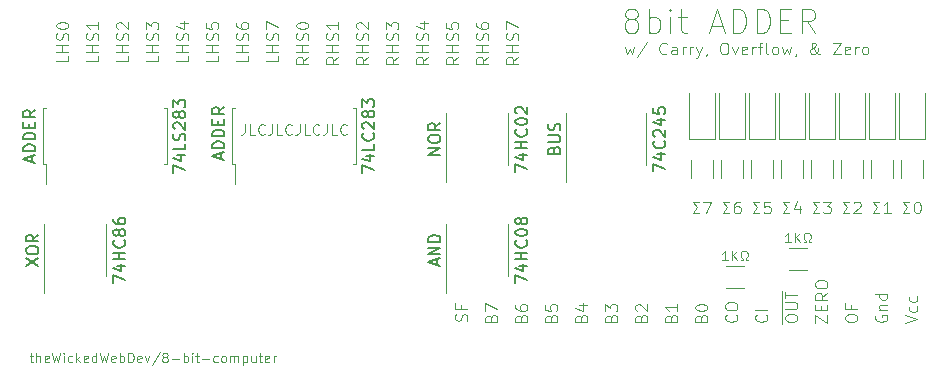
<source format=gbr>
%TF.GenerationSoftware,KiCad,Pcbnew,(5.1.10-1-10_14)*%
%TF.CreationDate,2021-10-28T13:44:03-04:00*%
%TF.ProjectId,ALU-Adder,414c552d-4164-4646-9572-2e6b69636164,rev?*%
%TF.SameCoordinates,Original*%
%TF.FileFunction,Legend,Top*%
%TF.FilePolarity,Positive*%
%FSLAX46Y46*%
G04 Gerber Fmt 4.6, Leading zero omitted, Abs format (unit mm)*
G04 Created by KiCad (PCBNEW (5.1.10-1-10_14)) date 2021-10-28 13:44:03*
%MOMM*%
%LPD*%
G01*
G04 APERTURE LIST*
%ADD10C,0.100000*%
%ADD11C,0.120000*%
%ADD12C,0.150000*%
G04 APERTURE END LIST*
D10*
X146708761Y-104554047D02*
X146756380Y-104411190D01*
X146756380Y-104173095D01*
X146708761Y-104077857D01*
X146661142Y-104030238D01*
X146565904Y-103982619D01*
X146470666Y-103982619D01*
X146375428Y-104030238D01*
X146327809Y-104077857D01*
X146280190Y-104173095D01*
X146232571Y-104363571D01*
X146184952Y-104458809D01*
X146137333Y-104506428D01*
X146042095Y-104554047D01*
X145946857Y-104554047D01*
X145851619Y-104506428D01*
X145804000Y-104458809D01*
X145756380Y-104363571D01*
X145756380Y-104125476D01*
X145804000Y-103982619D01*
X146232571Y-103220714D02*
X146232571Y-103554047D01*
X146756380Y-103554047D02*
X145756380Y-103554047D01*
X145756380Y-103077857D01*
X160124476Y-81319714D02*
X160314952Y-81986380D01*
X160505428Y-81510190D01*
X160695904Y-81986380D01*
X160886380Y-81319714D01*
X161981619Y-80938761D02*
X161124476Y-82224476D01*
X163648285Y-81891142D02*
X163600666Y-81938761D01*
X163457809Y-81986380D01*
X163362571Y-81986380D01*
X163219714Y-81938761D01*
X163124476Y-81843523D01*
X163076857Y-81748285D01*
X163029238Y-81557809D01*
X163029238Y-81414952D01*
X163076857Y-81224476D01*
X163124476Y-81129238D01*
X163219714Y-81034000D01*
X163362571Y-80986380D01*
X163457809Y-80986380D01*
X163600666Y-81034000D01*
X163648285Y-81081619D01*
X164505428Y-81986380D02*
X164505428Y-81462571D01*
X164457809Y-81367333D01*
X164362571Y-81319714D01*
X164172095Y-81319714D01*
X164076857Y-81367333D01*
X164505428Y-81938761D02*
X164410190Y-81986380D01*
X164172095Y-81986380D01*
X164076857Y-81938761D01*
X164029238Y-81843523D01*
X164029238Y-81748285D01*
X164076857Y-81653047D01*
X164172095Y-81605428D01*
X164410190Y-81605428D01*
X164505428Y-81557809D01*
X164981619Y-81986380D02*
X164981619Y-81319714D01*
X164981619Y-81510190D02*
X165029238Y-81414952D01*
X165076857Y-81367333D01*
X165172095Y-81319714D01*
X165267333Y-81319714D01*
X165600666Y-81986380D02*
X165600666Y-81319714D01*
X165600666Y-81510190D02*
X165648285Y-81414952D01*
X165695904Y-81367333D01*
X165791142Y-81319714D01*
X165886380Y-81319714D01*
X166124476Y-81319714D02*
X166362571Y-81986380D01*
X166600666Y-81319714D02*
X166362571Y-81986380D01*
X166267333Y-82224476D01*
X166219714Y-82272095D01*
X166124476Y-82319714D01*
X167029238Y-81938761D02*
X167029238Y-81986380D01*
X166981619Y-82081619D01*
X166934000Y-82129238D01*
X168410190Y-80986380D02*
X168600666Y-80986380D01*
X168695904Y-81034000D01*
X168791142Y-81129238D01*
X168838761Y-81319714D01*
X168838761Y-81653047D01*
X168791142Y-81843523D01*
X168695904Y-81938761D01*
X168600666Y-81986380D01*
X168410190Y-81986380D01*
X168314952Y-81938761D01*
X168219714Y-81843523D01*
X168172095Y-81653047D01*
X168172095Y-81319714D01*
X168219714Y-81129238D01*
X168314952Y-81034000D01*
X168410190Y-80986380D01*
X169172095Y-81319714D02*
X169410190Y-81986380D01*
X169648285Y-81319714D01*
X170410190Y-81938761D02*
X170314952Y-81986380D01*
X170124476Y-81986380D01*
X170029238Y-81938761D01*
X169981619Y-81843523D01*
X169981619Y-81462571D01*
X170029238Y-81367333D01*
X170124476Y-81319714D01*
X170314952Y-81319714D01*
X170410190Y-81367333D01*
X170457809Y-81462571D01*
X170457809Y-81557809D01*
X169981619Y-81653047D01*
X170886380Y-81986380D02*
X170886380Y-81319714D01*
X170886380Y-81510190D02*
X170934000Y-81414952D01*
X170981619Y-81367333D01*
X171076857Y-81319714D01*
X171172095Y-81319714D01*
X171362571Y-81319714D02*
X171743523Y-81319714D01*
X171505428Y-81986380D02*
X171505428Y-81129238D01*
X171553047Y-81034000D01*
X171648285Y-80986380D01*
X171743523Y-80986380D01*
X172219714Y-81986380D02*
X172124476Y-81938761D01*
X172076857Y-81843523D01*
X172076857Y-80986380D01*
X172743523Y-81986380D02*
X172648285Y-81938761D01*
X172600666Y-81891142D01*
X172553047Y-81795904D01*
X172553047Y-81510190D01*
X172600666Y-81414952D01*
X172648285Y-81367333D01*
X172743523Y-81319714D01*
X172886380Y-81319714D01*
X172981619Y-81367333D01*
X173029238Y-81414952D01*
X173076857Y-81510190D01*
X173076857Y-81795904D01*
X173029238Y-81891142D01*
X172981619Y-81938761D01*
X172886380Y-81986380D01*
X172743523Y-81986380D01*
X173410190Y-81319714D02*
X173600666Y-81986380D01*
X173791142Y-81510190D01*
X173981619Y-81986380D01*
X174172095Y-81319714D01*
X174600666Y-81938761D02*
X174600666Y-81986380D01*
X174553047Y-82081619D01*
X174505428Y-82129238D01*
X176600666Y-81986380D02*
X176553047Y-81986380D01*
X176457809Y-81938761D01*
X176314952Y-81795904D01*
X176076857Y-81510190D01*
X175981619Y-81367333D01*
X175934000Y-81224476D01*
X175934000Y-81129238D01*
X175981619Y-81034000D01*
X176076857Y-80986380D01*
X176124476Y-80986380D01*
X176219714Y-81034000D01*
X176267333Y-81129238D01*
X176267333Y-81176857D01*
X176219714Y-81272095D01*
X176172095Y-81319714D01*
X175886380Y-81510190D01*
X175838761Y-81557809D01*
X175791142Y-81653047D01*
X175791142Y-81795904D01*
X175838761Y-81891142D01*
X175886380Y-81938761D01*
X175981619Y-81986380D01*
X176124476Y-81986380D01*
X176219714Y-81938761D01*
X176267333Y-81891142D01*
X176410190Y-81700666D01*
X176457809Y-81557809D01*
X176457809Y-81462571D01*
X177695904Y-80986380D02*
X178362571Y-80986380D01*
X177695904Y-81986380D01*
X178362571Y-81986380D01*
X179124476Y-81938761D02*
X179029238Y-81986380D01*
X178838761Y-81986380D01*
X178743523Y-81938761D01*
X178695904Y-81843523D01*
X178695904Y-81462571D01*
X178743523Y-81367333D01*
X178838761Y-81319714D01*
X179029238Y-81319714D01*
X179124476Y-81367333D01*
X179172095Y-81462571D01*
X179172095Y-81557809D01*
X178695904Y-81653047D01*
X179600666Y-81986380D02*
X179600666Y-81319714D01*
X179600666Y-81510190D02*
X179648285Y-81414952D01*
X179695904Y-81367333D01*
X179791142Y-81319714D01*
X179886380Y-81319714D01*
X180362571Y-81986380D02*
X180267333Y-81938761D01*
X180219714Y-81891142D01*
X180172095Y-81795904D01*
X180172095Y-81510190D01*
X180219714Y-81414952D01*
X180267333Y-81367333D01*
X180362571Y-81319714D01*
X180505428Y-81319714D01*
X180600666Y-81367333D01*
X180648285Y-81414952D01*
X180695904Y-81510190D01*
X180695904Y-81795904D01*
X180648285Y-81891142D01*
X180600666Y-81938761D01*
X180505428Y-81986380D01*
X180362571Y-81986380D01*
X168789428Y-99421904D02*
X168332285Y-99421904D01*
X168560857Y-99421904D02*
X168560857Y-98621904D01*
X168484666Y-98736190D01*
X168408476Y-98812380D01*
X168332285Y-98850476D01*
X169132285Y-99421904D02*
X169132285Y-98621904D01*
X169589428Y-99421904D02*
X169246571Y-98964761D01*
X169589428Y-98621904D02*
X169132285Y-99079047D01*
X169894190Y-99421904D02*
X170084666Y-99421904D01*
X170084666Y-99269523D01*
X170008476Y-99231428D01*
X169932285Y-99155238D01*
X169894190Y-99040952D01*
X169894190Y-98850476D01*
X169932285Y-98736190D01*
X170008476Y-98660000D01*
X170122761Y-98621904D01*
X170275142Y-98621904D01*
X170389428Y-98660000D01*
X170465619Y-98736190D01*
X170503714Y-98850476D01*
X170503714Y-99040952D01*
X170465619Y-99155238D01*
X170389428Y-99231428D01*
X170313238Y-99269523D01*
X170313238Y-99421904D01*
X170503714Y-99421904D01*
X174123428Y-97897904D02*
X173666285Y-97897904D01*
X173894857Y-97897904D02*
X173894857Y-97097904D01*
X173818666Y-97212190D01*
X173742476Y-97288380D01*
X173666285Y-97326476D01*
X174466285Y-97897904D02*
X174466285Y-97097904D01*
X174923428Y-97897904D02*
X174580571Y-97440761D01*
X174923428Y-97097904D02*
X174466285Y-97555047D01*
X175228190Y-97897904D02*
X175418666Y-97897904D01*
X175418666Y-97745523D01*
X175342476Y-97707428D01*
X175266285Y-97631238D01*
X175228190Y-97516952D01*
X175228190Y-97326476D01*
X175266285Y-97212190D01*
X175342476Y-97136000D01*
X175456761Y-97097904D01*
X175609142Y-97097904D01*
X175723428Y-97136000D01*
X175799619Y-97212190D01*
X175837714Y-97326476D01*
X175837714Y-97516952D01*
X175799619Y-97631238D01*
X175723428Y-97707428D01*
X175647238Y-97745523D01*
X175647238Y-97897904D01*
X175837714Y-97897904D01*
X183856380Y-104741761D02*
X184856380Y-104408428D01*
X183856380Y-104075095D01*
X184808761Y-103313190D02*
X184856380Y-103408428D01*
X184856380Y-103598904D01*
X184808761Y-103694142D01*
X184761142Y-103741761D01*
X184665904Y-103789380D01*
X184380190Y-103789380D01*
X184284952Y-103741761D01*
X184237333Y-103694142D01*
X184189714Y-103598904D01*
X184189714Y-103408428D01*
X184237333Y-103313190D01*
X184808761Y-102456047D02*
X184856380Y-102551285D01*
X184856380Y-102741761D01*
X184808761Y-102837000D01*
X184761142Y-102884619D01*
X184665904Y-102932238D01*
X184380190Y-102932238D01*
X184284952Y-102884619D01*
X184237333Y-102837000D01*
X184189714Y-102741761D01*
X184189714Y-102551285D01*
X184237333Y-102456047D01*
X181364000Y-104075095D02*
X181316380Y-104170333D01*
X181316380Y-104313190D01*
X181364000Y-104456047D01*
X181459238Y-104551285D01*
X181554476Y-104598904D01*
X181744952Y-104646523D01*
X181887809Y-104646523D01*
X182078285Y-104598904D01*
X182173523Y-104551285D01*
X182268761Y-104456047D01*
X182316380Y-104313190D01*
X182316380Y-104217952D01*
X182268761Y-104075095D01*
X182221142Y-104027476D01*
X181887809Y-104027476D01*
X181887809Y-104217952D01*
X181649714Y-103598904D02*
X182316380Y-103598904D01*
X181744952Y-103598904D02*
X181697333Y-103551285D01*
X181649714Y-103456047D01*
X181649714Y-103313190D01*
X181697333Y-103217952D01*
X181792571Y-103170333D01*
X182316380Y-103170333D01*
X182316380Y-102265571D02*
X181316380Y-102265571D01*
X182268761Y-102265571D02*
X182316380Y-102360809D01*
X182316380Y-102551285D01*
X182268761Y-102646523D01*
X182221142Y-102694142D01*
X182125904Y-102741761D01*
X181840190Y-102741761D01*
X181744952Y-102694142D01*
X181697333Y-102646523D01*
X181649714Y-102551285D01*
X181649714Y-102360809D01*
X181697333Y-102265571D01*
X178776380Y-104408428D02*
X178776380Y-104217952D01*
X178824000Y-104122714D01*
X178919238Y-104027476D01*
X179109714Y-103979857D01*
X179443047Y-103979857D01*
X179633523Y-104027476D01*
X179728761Y-104122714D01*
X179776380Y-104217952D01*
X179776380Y-104408428D01*
X179728761Y-104503666D01*
X179633523Y-104598904D01*
X179443047Y-104646523D01*
X179109714Y-104646523D01*
X178919238Y-104598904D01*
X178824000Y-104503666D01*
X178776380Y-104408428D01*
X179252571Y-103217952D02*
X179252571Y-103551285D01*
X179776380Y-103551285D02*
X178776380Y-103551285D01*
X178776380Y-103075095D01*
X176236380Y-104694142D02*
X176236380Y-104027476D01*
X177236380Y-104694142D01*
X177236380Y-104027476D01*
X176712571Y-103646523D02*
X176712571Y-103313190D01*
X177236380Y-103170333D02*
X177236380Y-103646523D01*
X176236380Y-103646523D01*
X176236380Y-103170333D01*
X177236380Y-102170333D02*
X176760190Y-102503666D01*
X177236380Y-102741761D02*
X176236380Y-102741761D01*
X176236380Y-102360809D01*
X176284000Y-102265571D01*
X176331619Y-102217952D01*
X176426857Y-102170333D01*
X176569714Y-102170333D01*
X176664952Y-102217952D01*
X176712571Y-102265571D01*
X176760190Y-102360809D01*
X176760190Y-102741761D01*
X176236380Y-101551285D02*
X176236380Y-101360809D01*
X176284000Y-101265571D01*
X176379238Y-101170333D01*
X176569714Y-101122714D01*
X176903047Y-101122714D01*
X177093523Y-101170333D01*
X177188761Y-101265571D01*
X177236380Y-101360809D01*
X177236380Y-101551285D01*
X177188761Y-101646523D01*
X177093523Y-101741761D01*
X176903047Y-101789380D01*
X176569714Y-101789380D01*
X176379238Y-101741761D01*
X176284000Y-101646523D01*
X176236380Y-101551285D01*
X173394000Y-104837000D02*
X173394000Y-103789380D01*
X173696380Y-104408428D02*
X173696380Y-104217952D01*
X173744000Y-104122714D01*
X173839238Y-104027476D01*
X174029714Y-103979857D01*
X174363047Y-103979857D01*
X174553523Y-104027476D01*
X174648761Y-104122714D01*
X174696380Y-104217952D01*
X174696380Y-104408428D01*
X174648761Y-104503666D01*
X174553523Y-104598904D01*
X174363047Y-104646523D01*
X174029714Y-104646523D01*
X173839238Y-104598904D01*
X173744000Y-104503666D01*
X173696380Y-104408428D01*
X173394000Y-103789380D02*
X173394000Y-102741761D01*
X173696380Y-103551285D02*
X174505904Y-103551285D01*
X174601142Y-103503666D01*
X174648761Y-103456047D01*
X174696380Y-103360809D01*
X174696380Y-103170333D01*
X174648761Y-103075095D01*
X174601142Y-103027476D01*
X174505904Y-102979857D01*
X173696380Y-102979857D01*
X173394000Y-102741761D02*
X173394000Y-101979857D01*
X173696380Y-102646523D02*
X173696380Y-102075095D01*
X174696380Y-102360809D02*
X173696380Y-102360809D01*
X172061142Y-104027476D02*
X172108761Y-104075095D01*
X172156380Y-104217952D01*
X172156380Y-104313190D01*
X172108761Y-104456047D01*
X172013523Y-104551285D01*
X171918285Y-104598904D01*
X171727809Y-104646523D01*
X171584952Y-104646523D01*
X171394476Y-104598904D01*
X171299238Y-104551285D01*
X171204000Y-104456047D01*
X171156380Y-104313190D01*
X171156380Y-104217952D01*
X171204000Y-104075095D01*
X171251619Y-104027476D01*
X172156380Y-103598904D02*
X171156380Y-103598904D01*
X169521142Y-104027476D02*
X169568761Y-104075095D01*
X169616380Y-104217952D01*
X169616380Y-104313190D01*
X169568761Y-104456047D01*
X169473523Y-104551285D01*
X169378285Y-104598904D01*
X169187809Y-104646523D01*
X169044952Y-104646523D01*
X168854476Y-104598904D01*
X168759238Y-104551285D01*
X168664000Y-104456047D01*
X168616380Y-104313190D01*
X168616380Y-104217952D01*
X168664000Y-104075095D01*
X168711619Y-104027476D01*
X168616380Y-103408428D02*
X168616380Y-103217952D01*
X168664000Y-103122714D01*
X168759238Y-103027476D01*
X168949714Y-102979857D01*
X169283047Y-102979857D01*
X169473523Y-103027476D01*
X169568761Y-103122714D01*
X169616380Y-103217952D01*
X169616380Y-103408428D01*
X169568761Y-103503666D01*
X169473523Y-103598904D01*
X169283047Y-103646523D01*
X168949714Y-103646523D01*
X168759238Y-103598904D01*
X168664000Y-103503666D01*
X168616380Y-103408428D01*
X166409714Y-95448380D02*
X165885904Y-95448380D01*
X166219238Y-94924571D01*
X165885904Y-94448380D01*
X166409714Y-94448380D01*
X166743047Y-94448380D02*
X167409714Y-94448380D01*
X166981142Y-95448380D01*
X168949714Y-95448380D02*
X168425904Y-95448380D01*
X168759238Y-94924571D01*
X168425904Y-94448380D01*
X168949714Y-94448380D01*
X169806857Y-94448380D02*
X169616380Y-94448380D01*
X169521142Y-94496000D01*
X169473523Y-94543619D01*
X169378285Y-94686476D01*
X169330666Y-94876952D01*
X169330666Y-95257904D01*
X169378285Y-95353142D01*
X169425904Y-95400761D01*
X169521142Y-95448380D01*
X169711619Y-95448380D01*
X169806857Y-95400761D01*
X169854476Y-95353142D01*
X169902095Y-95257904D01*
X169902095Y-95019809D01*
X169854476Y-94924571D01*
X169806857Y-94876952D01*
X169711619Y-94829333D01*
X169521142Y-94829333D01*
X169425904Y-94876952D01*
X169378285Y-94924571D01*
X169330666Y-95019809D01*
X171489714Y-95448380D02*
X170965904Y-95448380D01*
X171299238Y-94924571D01*
X170965904Y-94448380D01*
X171489714Y-94448380D01*
X172394476Y-94448380D02*
X171918285Y-94448380D01*
X171870666Y-94924571D01*
X171918285Y-94876952D01*
X172013523Y-94829333D01*
X172251619Y-94829333D01*
X172346857Y-94876952D01*
X172394476Y-94924571D01*
X172442095Y-95019809D01*
X172442095Y-95257904D01*
X172394476Y-95353142D01*
X172346857Y-95400761D01*
X172251619Y-95448380D01*
X172013523Y-95448380D01*
X171918285Y-95400761D01*
X171870666Y-95353142D01*
X174029714Y-95448380D02*
X173505904Y-95448380D01*
X173839238Y-94924571D01*
X173505904Y-94448380D01*
X174029714Y-94448380D01*
X174886857Y-94781714D02*
X174886857Y-95448380D01*
X174648761Y-94400761D02*
X174410666Y-95115047D01*
X175029714Y-95115047D01*
X176569714Y-95448380D02*
X176045904Y-95448380D01*
X176379238Y-94924571D01*
X176045904Y-94448380D01*
X176569714Y-94448380D01*
X176903047Y-94448380D02*
X177522095Y-94448380D01*
X177188761Y-94829333D01*
X177331619Y-94829333D01*
X177426857Y-94876952D01*
X177474476Y-94924571D01*
X177522095Y-95019809D01*
X177522095Y-95257904D01*
X177474476Y-95353142D01*
X177426857Y-95400761D01*
X177331619Y-95448380D01*
X177045904Y-95448380D01*
X176950666Y-95400761D01*
X176903047Y-95353142D01*
X179109714Y-95448380D02*
X178585904Y-95448380D01*
X178919238Y-94924571D01*
X178585904Y-94448380D01*
X179109714Y-94448380D01*
X179490666Y-94543619D02*
X179538285Y-94496000D01*
X179633523Y-94448380D01*
X179871619Y-94448380D01*
X179966857Y-94496000D01*
X180014476Y-94543619D01*
X180062095Y-94638857D01*
X180062095Y-94734095D01*
X180014476Y-94876952D01*
X179443047Y-95448380D01*
X180062095Y-95448380D01*
X181649714Y-95448380D02*
X181125904Y-95448380D01*
X181459238Y-94924571D01*
X181125904Y-94448380D01*
X181649714Y-94448380D01*
X182602095Y-95448380D02*
X182030666Y-95448380D01*
X182316380Y-95448380D02*
X182316380Y-94448380D01*
X182221142Y-94591238D01*
X182125904Y-94686476D01*
X182030666Y-94734095D01*
X184189714Y-95448380D02*
X183665904Y-95448380D01*
X183999238Y-94924571D01*
X183665904Y-94448380D01*
X184189714Y-94448380D01*
X184808761Y-94448380D02*
X184904000Y-94448380D01*
X184999238Y-94496000D01*
X185046857Y-94543619D01*
X185094476Y-94638857D01*
X185142095Y-94829333D01*
X185142095Y-95067428D01*
X185094476Y-95257904D01*
X185046857Y-95353142D01*
X184999238Y-95400761D01*
X184904000Y-95448380D01*
X184808761Y-95448380D01*
X184713523Y-95400761D01*
X184665904Y-95353142D01*
X184618285Y-95257904D01*
X184570666Y-95067428D01*
X184570666Y-94829333D01*
X184618285Y-94638857D01*
X184665904Y-94543619D01*
X184713523Y-94496000D01*
X184808761Y-94448380D01*
X127922857Y-87899142D02*
X127922857Y-88542000D01*
X127880000Y-88670571D01*
X127794285Y-88756285D01*
X127665714Y-88799142D01*
X127580000Y-88799142D01*
X128780000Y-88799142D02*
X128351428Y-88799142D01*
X128351428Y-87899142D01*
X129594285Y-88713428D02*
X129551428Y-88756285D01*
X129422857Y-88799142D01*
X129337142Y-88799142D01*
X129208571Y-88756285D01*
X129122857Y-88670571D01*
X129080000Y-88584857D01*
X129037142Y-88413428D01*
X129037142Y-88284857D01*
X129080000Y-88113428D01*
X129122857Y-88027714D01*
X129208571Y-87942000D01*
X129337142Y-87899142D01*
X129422857Y-87899142D01*
X129551428Y-87942000D01*
X129594285Y-87984857D01*
X130237142Y-87899142D02*
X130237142Y-88542000D01*
X130194285Y-88670571D01*
X130108571Y-88756285D01*
X129980000Y-88799142D01*
X129894285Y-88799142D01*
X131094285Y-88799142D02*
X130665714Y-88799142D01*
X130665714Y-87899142D01*
X131908571Y-88713428D02*
X131865714Y-88756285D01*
X131737142Y-88799142D01*
X131651428Y-88799142D01*
X131522857Y-88756285D01*
X131437142Y-88670571D01*
X131394285Y-88584857D01*
X131351428Y-88413428D01*
X131351428Y-88284857D01*
X131394285Y-88113428D01*
X131437142Y-88027714D01*
X131522857Y-87942000D01*
X131651428Y-87899142D01*
X131737142Y-87899142D01*
X131865714Y-87942000D01*
X131908571Y-87984857D01*
X132551428Y-87899142D02*
X132551428Y-88542000D01*
X132508571Y-88670571D01*
X132422857Y-88756285D01*
X132294285Y-88799142D01*
X132208571Y-88799142D01*
X133408571Y-88799142D02*
X132980000Y-88799142D01*
X132980000Y-87899142D01*
X134222857Y-88713428D02*
X134180000Y-88756285D01*
X134051428Y-88799142D01*
X133965714Y-88799142D01*
X133837142Y-88756285D01*
X133751428Y-88670571D01*
X133708571Y-88584857D01*
X133665714Y-88413428D01*
X133665714Y-88284857D01*
X133708571Y-88113428D01*
X133751428Y-88027714D01*
X133837142Y-87942000D01*
X133965714Y-87899142D01*
X134051428Y-87899142D01*
X134180000Y-87942000D01*
X134222857Y-87984857D01*
X134865714Y-87899142D02*
X134865714Y-88542000D01*
X134822857Y-88670571D01*
X134737142Y-88756285D01*
X134608571Y-88799142D01*
X134522857Y-88799142D01*
X135722857Y-88799142D02*
X135294285Y-88799142D01*
X135294285Y-87899142D01*
X136537142Y-88713428D02*
X136494285Y-88756285D01*
X136365714Y-88799142D01*
X136280000Y-88799142D01*
X136151428Y-88756285D01*
X136065714Y-88670571D01*
X136022857Y-88584857D01*
X135980000Y-88413428D01*
X135980000Y-88284857D01*
X136022857Y-88113428D01*
X136065714Y-88027714D01*
X136151428Y-87942000D01*
X136280000Y-87899142D01*
X136365714Y-87899142D01*
X136494285Y-87942000D01*
X136537142Y-87984857D01*
X166552571Y-104315952D02*
X166600190Y-104173095D01*
X166647809Y-104125476D01*
X166743047Y-104077857D01*
X166885904Y-104077857D01*
X166981142Y-104125476D01*
X167028761Y-104173095D01*
X167076380Y-104268333D01*
X167076380Y-104649285D01*
X166076380Y-104649285D01*
X166076380Y-104315952D01*
X166124000Y-104220714D01*
X166171619Y-104173095D01*
X166266857Y-104125476D01*
X166362095Y-104125476D01*
X166457333Y-104173095D01*
X166504952Y-104220714D01*
X166552571Y-104315952D01*
X166552571Y-104649285D01*
X166076380Y-103458809D02*
X166076380Y-103363571D01*
X166124000Y-103268333D01*
X166171619Y-103220714D01*
X166266857Y-103173095D01*
X166457333Y-103125476D01*
X166695428Y-103125476D01*
X166885904Y-103173095D01*
X166981142Y-103220714D01*
X167028761Y-103268333D01*
X167076380Y-103363571D01*
X167076380Y-103458809D01*
X167028761Y-103554047D01*
X166981142Y-103601666D01*
X166885904Y-103649285D01*
X166695428Y-103696904D01*
X166457333Y-103696904D01*
X166266857Y-103649285D01*
X166171619Y-103601666D01*
X166124000Y-103554047D01*
X166076380Y-103458809D01*
X164012571Y-104315952D02*
X164060190Y-104173095D01*
X164107809Y-104125476D01*
X164203047Y-104077857D01*
X164345904Y-104077857D01*
X164441142Y-104125476D01*
X164488761Y-104173095D01*
X164536380Y-104268333D01*
X164536380Y-104649285D01*
X163536380Y-104649285D01*
X163536380Y-104315952D01*
X163584000Y-104220714D01*
X163631619Y-104173095D01*
X163726857Y-104125476D01*
X163822095Y-104125476D01*
X163917333Y-104173095D01*
X163964952Y-104220714D01*
X164012571Y-104315952D01*
X164012571Y-104649285D01*
X164536380Y-103125476D02*
X164536380Y-103696904D01*
X164536380Y-103411190D02*
X163536380Y-103411190D01*
X163679238Y-103506428D01*
X163774476Y-103601666D01*
X163822095Y-103696904D01*
X161472571Y-104315952D02*
X161520190Y-104173095D01*
X161567809Y-104125476D01*
X161663047Y-104077857D01*
X161805904Y-104077857D01*
X161901142Y-104125476D01*
X161948761Y-104173095D01*
X161996380Y-104268333D01*
X161996380Y-104649285D01*
X160996380Y-104649285D01*
X160996380Y-104315952D01*
X161044000Y-104220714D01*
X161091619Y-104173095D01*
X161186857Y-104125476D01*
X161282095Y-104125476D01*
X161377333Y-104173095D01*
X161424952Y-104220714D01*
X161472571Y-104315952D01*
X161472571Y-104649285D01*
X161091619Y-103696904D02*
X161044000Y-103649285D01*
X160996380Y-103554047D01*
X160996380Y-103315952D01*
X161044000Y-103220714D01*
X161091619Y-103173095D01*
X161186857Y-103125476D01*
X161282095Y-103125476D01*
X161424952Y-103173095D01*
X161996380Y-103744523D01*
X161996380Y-103125476D01*
X158932571Y-104315952D02*
X158980190Y-104173095D01*
X159027809Y-104125476D01*
X159123047Y-104077857D01*
X159265904Y-104077857D01*
X159361142Y-104125476D01*
X159408761Y-104173095D01*
X159456380Y-104268333D01*
X159456380Y-104649285D01*
X158456380Y-104649285D01*
X158456380Y-104315952D01*
X158504000Y-104220714D01*
X158551619Y-104173095D01*
X158646857Y-104125476D01*
X158742095Y-104125476D01*
X158837333Y-104173095D01*
X158884952Y-104220714D01*
X158932571Y-104315952D01*
X158932571Y-104649285D01*
X158456380Y-103744523D02*
X158456380Y-103125476D01*
X158837333Y-103458809D01*
X158837333Y-103315952D01*
X158884952Y-103220714D01*
X158932571Y-103173095D01*
X159027809Y-103125476D01*
X159265904Y-103125476D01*
X159361142Y-103173095D01*
X159408761Y-103220714D01*
X159456380Y-103315952D01*
X159456380Y-103601666D01*
X159408761Y-103696904D01*
X159361142Y-103744523D01*
X156392571Y-104315952D02*
X156440190Y-104173095D01*
X156487809Y-104125476D01*
X156583047Y-104077857D01*
X156725904Y-104077857D01*
X156821142Y-104125476D01*
X156868761Y-104173095D01*
X156916380Y-104268333D01*
X156916380Y-104649285D01*
X155916380Y-104649285D01*
X155916380Y-104315952D01*
X155964000Y-104220714D01*
X156011619Y-104173095D01*
X156106857Y-104125476D01*
X156202095Y-104125476D01*
X156297333Y-104173095D01*
X156344952Y-104220714D01*
X156392571Y-104315952D01*
X156392571Y-104649285D01*
X156249714Y-103220714D02*
X156916380Y-103220714D01*
X155868761Y-103458809D02*
X156583047Y-103696904D01*
X156583047Y-103077857D01*
X153852571Y-104315952D02*
X153900190Y-104173095D01*
X153947809Y-104125476D01*
X154043047Y-104077857D01*
X154185904Y-104077857D01*
X154281142Y-104125476D01*
X154328761Y-104173095D01*
X154376380Y-104268333D01*
X154376380Y-104649285D01*
X153376380Y-104649285D01*
X153376380Y-104315952D01*
X153424000Y-104220714D01*
X153471619Y-104173095D01*
X153566857Y-104125476D01*
X153662095Y-104125476D01*
X153757333Y-104173095D01*
X153804952Y-104220714D01*
X153852571Y-104315952D01*
X153852571Y-104649285D01*
X153376380Y-103173095D02*
X153376380Y-103649285D01*
X153852571Y-103696904D01*
X153804952Y-103649285D01*
X153757333Y-103554047D01*
X153757333Y-103315952D01*
X153804952Y-103220714D01*
X153852571Y-103173095D01*
X153947809Y-103125476D01*
X154185904Y-103125476D01*
X154281142Y-103173095D01*
X154328761Y-103220714D01*
X154376380Y-103315952D01*
X154376380Y-103554047D01*
X154328761Y-103649285D01*
X154281142Y-103696904D01*
X151312571Y-104315952D02*
X151360190Y-104173095D01*
X151407809Y-104125476D01*
X151503047Y-104077857D01*
X151645904Y-104077857D01*
X151741142Y-104125476D01*
X151788761Y-104173095D01*
X151836380Y-104268333D01*
X151836380Y-104649285D01*
X150836380Y-104649285D01*
X150836380Y-104315952D01*
X150884000Y-104220714D01*
X150931619Y-104173095D01*
X151026857Y-104125476D01*
X151122095Y-104125476D01*
X151217333Y-104173095D01*
X151264952Y-104220714D01*
X151312571Y-104315952D01*
X151312571Y-104649285D01*
X150836380Y-103220714D02*
X150836380Y-103411190D01*
X150884000Y-103506428D01*
X150931619Y-103554047D01*
X151074476Y-103649285D01*
X151264952Y-103696904D01*
X151645904Y-103696904D01*
X151741142Y-103649285D01*
X151788761Y-103601666D01*
X151836380Y-103506428D01*
X151836380Y-103315952D01*
X151788761Y-103220714D01*
X151741142Y-103173095D01*
X151645904Y-103125476D01*
X151407809Y-103125476D01*
X151312571Y-103173095D01*
X151264952Y-103220714D01*
X151217333Y-103315952D01*
X151217333Y-103506428D01*
X151264952Y-103601666D01*
X151312571Y-103649285D01*
X151407809Y-103696904D01*
X148772571Y-104315952D02*
X148820190Y-104173095D01*
X148867809Y-104125476D01*
X148963047Y-104077857D01*
X149105904Y-104077857D01*
X149201142Y-104125476D01*
X149248761Y-104173095D01*
X149296380Y-104268333D01*
X149296380Y-104649285D01*
X148296380Y-104649285D01*
X148296380Y-104315952D01*
X148344000Y-104220714D01*
X148391619Y-104173095D01*
X148486857Y-104125476D01*
X148582095Y-104125476D01*
X148677333Y-104173095D01*
X148724952Y-104220714D01*
X148772571Y-104315952D01*
X148772571Y-104649285D01*
X148296380Y-103744523D02*
X148296380Y-103077857D01*
X149296380Y-103506428D01*
X118054380Y-82106619D02*
X118054380Y-82582809D01*
X117054380Y-82582809D01*
X118054380Y-81773285D02*
X117054380Y-81773285D01*
X117530571Y-81773285D02*
X117530571Y-81201857D01*
X118054380Y-81201857D02*
X117054380Y-81201857D01*
X118006761Y-80773285D02*
X118054380Y-80630428D01*
X118054380Y-80392333D01*
X118006761Y-80297095D01*
X117959142Y-80249476D01*
X117863904Y-80201857D01*
X117768666Y-80201857D01*
X117673428Y-80249476D01*
X117625809Y-80297095D01*
X117578190Y-80392333D01*
X117530571Y-80582809D01*
X117482952Y-80678047D01*
X117435333Y-80725666D01*
X117340095Y-80773285D01*
X117244857Y-80773285D01*
X117149619Y-80725666D01*
X117102000Y-80678047D01*
X117054380Y-80582809D01*
X117054380Y-80344714D01*
X117102000Y-80201857D01*
X117149619Y-79820904D02*
X117102000Y-79773285D01*
X117054380Y-79678047D01*
X117054380Y-79439952D01*
X117102000Y-79344714D01*
X117149619Y-79297095D01*
X117244857Y-79249476D01*
X117340095Y-79249476D01*
X117482952Y-79297095D01*
X118054380Y-79868523D01*
X118054380Y-79249476D01*
X120594380Y-82106619D02*
X120594380Y-82582809D01*
X119594380Y-82582809D01*
X120594380Y-81773285D02*
X119594380Y-81773285D01*
X120070571Y-81773285D02*
X120070571Y-81201857D01*
X120594380Y-81201857D02*
X119594380Y-81201857D01*
X120546761Y-80773285D02*
X120594380Y-80630428D01*
X120594380Y-80392333D01*
X120546761Y-80297095D01*
X120499142Y-80249476D01*
X120403904Y-80201857D01*
X120308666Y-80201857D01*
X120213428Y-80249476D01*
X120165809Y-80297095D01*
X120118190Y-80392333D01*
X120070571Y-80582809D01*
X120022952Y-80678047D01*
X119975333Y-80725666D01*
X119880095Y-80773285D01*
X119784857Y-80773285D01*
X119689619Y-80725666D01*
X119642000Y-80678047D01*
X119594380Y-80582809D01*
X119594380Y-80344714D01*
X119642000Y-80201857D01*
X119594380Y-79868523D02*
X119594380Y-79249476D01*
X119975333Y-79582809D01*
X119975333Y-79439952D01*
X120022952Y-79344714D01*
X120070571Y-79297095D01*
X120165809Y-79249476D01*
X120403904Y-79249476D01*
X120499142Y-79297095D01*
X120546761Y-79344714D01*
X120594380Y-79439952D01*
X120594380Y-79725666D01*
X120546761Y-79820904D01*
X120499142Y-79868523D01*
X130754380Y-82106619D02*
X130754380Y-82582809D01*
X129754380Y-82582809D01*
X130754380Y-81773285D02*
X129754380Y-81773285D01*
X130230571Y-81773285D02*
X130230571Y-81201857D01*
X130754380Y-81201857D02*
X129754380Y-81201857D01*
X130706761Y-80773285D02*
X130754380Y-80630428D01*
X130754380Y-80392333D01*
X130706761Y-80297095D01*
X130659142Y-80249476D01*
X130563904Y-80201857D01*
X130468666Y-80201857D01*
X130373428Y-80249476D01*
X130325809Y-80297095D01*
X130278190Y-80392333D01*
X130230571Y-80582809D01*
X130182952Y-80678047D01*
X130135333Y-80725666D01*
X130040095Y-80773285D01*
X129944857Y-80773285D01*
X129849619Y-80725666D01*
X129802000Y-80678047D01*
X129754380Y-80582809D01*
X129754380Y-80344714D01*
X129802000Y-80201857D01*
X129754380Y-79868523D02*
X129754380Y-79201857D01*
X130754380Y-79630428D01*
X125674380Y-82106619D02*
X125674380Y-82582809D01*
X124674380Y-82582809D01*
X125674380Y-81773285D02*
X124674380Y-81773285D01*
X125150571Y-81773285D02*
X125150571Y-81201857D01*
X125674380Y-81201857D02*
X124674380Y-81201857D01*
X125626761Y-80773285D02*
X125674380Y-80630428D01*
X125674380Y-80392333D01*
X125626761Y-80297095D01*
X125579142Y-80249476D01*
X125483904Y-80201857D01*
X125388666Y-80201857D01*
X125293428Y-80249476D01*
X125245809Y-80297095D01*
X125198190Y-80392333D01*
X125150571Y-80582809D01*
X125102952Y-80678047D01*
X125055333Y-80725666D01*
X124960095Y-80773285D01*
X124864857Y-80773285D01*
X124769619Y-80725666D01*
X124722000Y-80678047D01*
X124674380Y-80582809D01*
X124674380Y-80344714D01*
X124722000Y-80201857D01*
X124674380Y-79297095D02*
X124674380Y-79773285D01*
X125150571Y-79820904D01*
X125102952Y-79773285D01*
X125055333Y-79678047D01*
X125055333Y-79439952D01*
X125102952Y-79344714D01*
X125150571Y-79297095D01*
X125245809Y-79249476D01*
X125483904Y-79249476D01*
X125579142Y-79297095D01*
X125626761Y-79344714D01*
X125674380Y-79439952D01*
X125674380Y-79678047D01*
X125626761Y-79773285D01*
X125579142Y-79820904D01*
X128214380Y-82106619D02*
X128214380Y-82582809D01*
X127214380Y-82582809D01*
X128214380Y-81773285D02*
X127214380Y-81773285D01*
X127690571Y-81773285D02*
X127690571Y-81201857D01*
X128214380Y-81201857D02*
X127214380Y-81201857D01*
X128166761Y-80773285D02*
X128214380Y-80630428D01*
X128214380Y-80392333D01*
X128166761Y-80297095D01*
X128119142Y-80249476D01*
X128023904Y-80201857D01*
X127928666Y-80201857D01*
X127833428Y-80249476D01*
X127785809Y-80297095D01*
X127738190Y-80392333D01*
X127690571Y-80582809D01*
X127642952Y-80678047D01*
X127595333Y-80725666D01*
X127500095Y-80773285D01*
X127404857Y-80773285D01*
X127309619Y-80725666D01*
X127262000Y-80678047D01*
X127214380Y-80582809D01*
X127214380Y-80344714D01*
X127262000Y-80201857D01*
X127214380Y-79344714D02*
X127214380Y-79535190D01*
X127262000Y-79630428D01*
X127309619Y-79678047D01*
X127452476Y-79773285D01*
X127642952Y-79820904D01*
X128023904Y-79820904D01*
X128119142Y-79773285D01*
X128166761Y-79725666D01*
X128214380Y-79630428D01*
X128214380Y-79439952D01*
X128166761Y-79344714D01*
X128119142Y-79297095D01*
X128023904Y-79249476D01*
X127785809Y-79249476D01*
X127690571Y-79297095D01*
X127642952Y-79344714D01*
X127595333Y-79439952D01*
X127595333Y-79630428D01*
X127642952Y-79725666D01*
X127690571Y-79773285D01*
X127785809Y-79820904D01*
X123134380Y-82106619D02*
X123134380Y-82582809D01*
X122134380Y-82582809D01*
X123134380Y-81773285D02*
X122134380Y-81773285D01*
X122610571Y-81773285D02*
X122610571Y-81201857D01*
X123134380Y-81201857D02*
X122134380Y-81201857D01*
X123086761Y-80773285D02*
X123134380Y-80630428D01*
X123134380Y-80392333D01*
X123086761Y-80297095D01*
X123039142Y-80249476D01*
X122943904Y-80201857D01*
X122848666Y-80201857D01*
X122753428Y-80249476D01*
X122705809Y-80297095D01*
X122658190Y-80392333D01*
X122610571Y-80582809D01*
X122562952Y-80678047D01*
X122515333Y-80725666D01*
X122420095Y-80773285D01*
X122324857Y-80773285D01*
X122229619Y-80725666D01*
X122182000Y-80678047D01*
X122134380Y-80582809D01*
X122134380Y-80344714D01*
X122182000Y-80201857D01*
X122467714Y-79344714D02*
X123134380Y-79344714D01*
X122086761Y-79582809D02*
X122801047Y-79820904D01*
X122801047Y-79201857D01*
X112974380Y-82106619D02*
X112974380Y-82582809D01*
X111974380Y-82582809D01*
X112974380Y-81773285D02*
X111974380Y-81773285D01*
X112450571Y-81773285D02*
X112450571Y-81201857D01*
X112974380Y-81201857D02*
X111974380Y-81201857D01*
X112926761Y-80773285D02*
X112974380Y-80630428D01*
X112974380Y-80392333D01*
X112926761Y-80297095D01*
X112879142Y-80249476D01*
X112783904Y-80201857D01*
X112688666Y-80201857D01*
X112593428Y-80249476D01*
X112545809Y-80297095D01*
X112498190Y-80392333D01*
X112450571Y-80582809D01*
X112402952Y-80678047D01*
X112355333Y-80725666D01*
X112260095Y-80773285D01*
X112164857Y-80773285D01*
X112069619Y-80725666D01*
X112022000Y-80678047D01*
X111974380Y-80582809D01*
X111974380Y-80344714D01*
X112022000Y-80201857D01*
X111974380Y-79582809D02*
X111974380Y-79487571D01*
X112022000Y-79392333D01*
X112069619Y-79344714D01*
X112164857Y-79297095D01*
X112355333Y-79249476D01*
X112593428Y-79249476D01*
X112783904Y-79297095D01*
X112879142Y-79344714D01*
X112926761Y-79392333D01*
X112974380Y-79487571D01*
X112974380Y-79582809D01*
X112926761Y-79678047D01*
X112879142Y-79725666D01*
X112783904Y-79773285D01*
X112593428Y-79820904D01*
X112355333Y-79820904D01*
X112164857Y-79773285D01*
X112069619Y-79725666D01*
X112022000Y-79678047D01*
X111974380Y-79582809D01*
X115514380Y-82106619D02*
X115514380Y-82582809D01*
X114514380Y-82582809D01*
X115514380Y-81773285D02*
X114514380Y-81773285D01*
X114990571Y-81773285D02*
X114990571Y-81201857D01*
X115514380Y-81201857D02*
X114514380Y-81201857D01*
X115466761Y-80773285D02*
X115514380Y-80630428D01*
X115514380Y-80392333D01*
X115466761Y-80297095D01*
X115419142Y-80249476D01*
X115323904Y-80201857D01*
X115228666Y-80201857D01*
X115133428Y-80249476D01*
X115085809Y-80297095D01*
X115038190Y-80392333D01*
X114990571Y-80582809D01*
X114942952Y-80678047D01*
X114895333Y-80725666D01*
X114800095Y-80773285D01*
X114704857Y-80773285D01*
X114609619Y-80725666D01*
X114562000Y-80678047D01*
X114514380Y-80582809D01*
X114514380Y-80344714D01*
X114562000Y-80201857D01*
X115514380Y-79249476D02*
X115514380Y-79820904D01*
X115514380Y-79535190D02*
X114514380Y-79535190D01*
X114657238Y-79630428D01*
X114752476Y-79725666D01*
X114800095Y-79820904D01*
X151074380Y-82201857D02*
X150598190Y-82535190D01*
X151074380Y-82773285D02*
X150074380Y-82773285D01*
X150074380Y-82392333D01*
X150122000Y-82297095D01*
X150169619Y-82249476D01*
X150264857Y-82201857D01*
X150407714Y-82201857D01*
X150502952Y-82249476D01*
X150550571Y-82297095D01*
X150598190Y-82392333D01*
X150598190Y-82773285D01*
X151074380Y-81773285D02*
X150074380Y-81773285D01*
X150550571Y-81773285D02*
X150550571Y-81201857D01*
X151074380Y-81201857D02*
X150074380Y-81201857D01*
X151026761Y-80773285D02*
X151074380Y-80630428D01*
X151074380Y-80392333D01*
X151026761Y-80297095D01*
X150979142Y-80249476D01*
X150883904Y-80201857D01*
X150788666Y-80201857D01*
X150693428Y-80249476D01*
X150645809Y-80297095D01*
X150598190Y-80392333D01*
X150550571Y-80582809D01*
X150502952Y-80678047D01*
X150455333Y-80725666D01*
X150360095Y-80773285D01*
X150264857Y-80773285D01*
X150169619Y-80725666D01*
X150122000Y-80678047D01*
X150074380Y-80582809D01*
X150074380Y-80344714D01*
X150122000Y-80201857D01*
X150074380Y-79868523D02*
X150074380Y-79201857D01*
X151074380Y-79630428D01*
X148534380Y-82201857D02*
X148058190Y-82535190D01*
X148534380Y-82773285D02*
X147534380Y-82773285D01*
X147534380Y-82392333D01*
X147582000Y-82297095D01*
X147629619Y-82249476D01*
X147724857Y-82201857D01*
X147867714Y-82201857D01*
X147962952Y-82249476D01*
X148010571Y-82297095D01*
X148058190Y-82392333D01*
X148058190Y-82773285D01*
X148534380Y-81773285D02*
X147534380Y-81773285D01*
X148010571Y-81773285D02*
X148010571Y-81201857D01*
X148534380Y-81201857D02*
X147534380Y-81201857D01*
X148486761Y-80773285D02*
X148534380Y-80630428D01*
X148534380Y-80392333D01*
X148486761Y-80297095D01*
X148439142Y-80249476D01*
X148343904Y-80201857D01*
X148248666Y-80201857D01*
X148153428Y-80249476D01*
X148105809Y-80297095D01*
X148058190Y-80392333D01*
X148010571Y-80582809D01*
X147962952Y-80678047D01*
X147915333Y-80725666D01*
X147820095Y-80773285D01*
X147724857Y-80773285D01*
X147629619Y-80725666D01*
X147582000Y-80678047D01*
X147534380Y-80582809D01*
X147534380Y-80344714D01*
X147582000Y-80201857D01*
X147534380Y-79344714D02*
X147534380Y-79535190D01*
X147582000Y-79630428D01*
X147629619Y-79678047D01*
X147772476Y-79773285D01*
X147962952Y-79820904D01*
X148343904Y-79820904D01*
X148439142Y-79773285D01*
X148486761Y-79725666D01*
X148534380Y-79630428D01*
X148534380Y-79439952D01*
X148486761Y-79344714D01*
X148439142Y-79297095D01*
X148343904Y-79249476D01*
X148105809Y-79249476D01*
X148010571Y-79297095D01*
X147962952Y-79344714D01*
X147915333Y-79439952D01*
X147915333Y-79630428D01*
X147962952Y-79725666D01*
X148010571Y-79773285D01*
X148105809Y-79820904D01*
X143454380Y-82201857D02*
X142978190Y-82535190D01*
X143454380Y-82773285D02*
X142454380Y-82773285D01*
X142454380Y-82392333D01*
X142502000Y-82297095D01*
X142549619Y-82249476D01*
X142644857Y-82201857D01*
X142787714Y-82201857D01*
X142882952Y-82249476D01*
X142930571Y-82297095D01*
X142978190Y-82392333D01*
X142978190Y-82773285D01*
X143454380Y-81773285D02*
X142454380Y-81773285D01*
X142930571Y-81773285D02*
X142930571Y-81201857D01*
X143454380Y-81201857D02*
X142454380Y-81201857D01*
X143406761Y-80773285D02*
X143454380Y-80630428D01*
X143454380Y-80392333D01*
X143406761Y-80297095D01*
X143359142Y-80249476D01*
X143263904Y-80201857D01*
X143168666Y-80201857D01*
X143073428Y-80249476D01*
X143025809Y-80297095D01*
X142978190Y-80392333D01*
X142930571Y-80582809D01*
X142882952Y-80678047D01*
X142835333Y-80725666D01*
X142740095Y-80773285D01*
X142644857Y-80773285D01*
X142549619Y-80725666D01*
X142502000Y-80678047D01*
X142454380Y-80582809D01*
X142454380Y-80344714D01*
X142502000Y-80201857D01*
X142787714Y-79344714D02*
X143454380Y-79344714D01*
X142406761Y-79582809D02*
X143121047Y-79820904D01*
X143121047Y-79201857D01*
X145994380Y-82201857D02*
X145518190Y-82535190D01*
X145994380Y-82773285D02*
X144994380Y-82773285D01*
X144994380Y-82392333D01*
X145042000Y-82297095D01*
X145089619Y-82249476D01*
X145184857Y-82201857D01*
X145327714Y-82201857D01*
X145422952Y-82249476D01*
X145470571Y-82297095D01*
X145518190Y-82392333D01*
X145518190Y-82773285D01*
X145994380Y-81773285D02*
X144994380Y-81773285D01*
X145470571Y-81773285D02*
X145470571Y-81201857D01*
X145994380Y-81201857D02*
X144994380Y-81201857D01*
X145946761Y-80773285D02*
X145994380Y-80630428D01*
X145994380Y-80392333D01*
X145946761Y-80297095D01*
X145899142Y-80249476D01*
X145803904Y-80201857D01*
X145708666Y-80201857D01*
X145613428Y-80249476D01*
X145565809Y-80297095D01*
X145518190Y-80392333D01*
X145470571Y-80582809D01*
X145422952Y-80678047D01*
X145375333Y-80725666D01*
X145280095Y-80773285D01*
X145184857Y-80773285D01*
X145089619Y-80725666D01*
X145042000Y-80678047D01*
X144994380Y-80582809D01*
X144994380Y-80344714D01*
X145042000Y-80201857D01*
X144994380Y-79297095D02*
X144994380Y-79773285D01*
X145470571Y-79820904D01*
X145422952Y-79773285D01*
X145375333Y-79678047D01*
X145375333Y-79439952D01*
X145422952Y-79344714D01*
X145470571Y-79297095D01*
X145565809Y-79249476D01*
X145803904Y-79249476D01*
X145899142Y-79297095D01*
X145946761Y-79344714D01*
X145994380Y-79439952D01*
X145994380Y-79678047D01*
X145946761Y-79773285D01*
X145899142Y-79820904D01*
X138374380Y-82201857D02*
X137898190Y-82535190D01*
X138374380Y-82773285D02*
X137374380Y-82773285D01*
X137374380Y-82392333D01*
X137422000Y-82297095D01*
X137469619Y-82249476D01*
X137564857Y-82201857D01*
X137707714Y-82201857D01*
X137802952Y-82249476D01*
X137850571Y-82297095D01*
X137898190Y-82392333D01*
X137898190Y-82773285D01*
X138374380Y-81773285D02*
X137374380Y-81773285D01*
X137850571Y-81773285D02*
X137850571Y-81201857D01*
X138374380Y-81201857D02*
X137374380Y-81201857D01*
X138326761Y-80773285D02*
X138374380Y-80630428D01*
X138374380Y-80392333D01*
X138326761Y-80297095D01*
X138279142Y-80249476D01*
X138183904Y-80201857D01*
X138088666Y-80201857D01*
X137993428Y-80249476D01*
X137945809Y-80297095D01*
X137898190Y-80392333D01*
X137850571Y-80582809D01*
X137802952Y-80678047D01*
X137755333Y-80725666D01*
X137660095Y-80773285D01*
X137564857Y-80773285D01*
X137469619Y-80725666D01*
X137422000Y-80678047D01*
X137374380Y-80582809D01*
X137374380Y-80344714D01*
X137422000Y-80201857D01*
X137469619Y-79820904D02*
X137422000Y-79773285D01*
X137374380Y-79678047D01*
X137374380Y-79439952D01*
X137422000Y-79344714D01*
X137469619Y-79297095D01*
X137564857Y-79249476D01*
X137660095Y-79249476D01*
X137802952Y-79297095D01*
X138374380Y-79868523D01*
X138374380Y-79249476D01*
X140914380Y-82201857D02*
X140438190Y-82535190D01*
X140914380Y-82773285D02*
X139914380Y-82773285D01*
X139914380Y-82392333D01*
X139962000Y-82297095D01*
X140009619Y-82249476D01*
X140104857Y-82201857D01*
X140247714Y-82201857D01*
X140342952Y-82249476D01*
X140390571Y-82297095D01*
X140438190Y-82392333D01*
X140438190Y-82773285D01*
X140914380Y-81773285D02*
X139914380Y-81773285D01*
X140390571Y-81773285D02*
X140390571Y-81201857D01*
X140914380Y-81201857D02*
X139914380Y-81201857D01*
X140866761Y-80773285D02*
X140914380Y-80630428D01*
X140914380Y-80392333D01*
X140866761Y-80297095D01*
X140819142Y-80249476D01*
X140723904Y-80201857D01*
X140628666Y-80201857D01*
X140533428Y-80249476D01*
X140485809Y-80297095D01*
X140438190Y-80392333D01*
X140390571Y-80582809D01*
X140342952Y-80678047D01*
X140295333Y-80725666D01*
X140200095Y-80773285D01*
X140104857Y-80773285D01*
X140009619Y-80725666D01*
X139962000Y-80678047D01*
X139914380Y-80582809D01*
X139914380Y-80344714D01*
X139962000Y-80201857D01*
X139914380Y-79868523D02*
X139914380Y-79249476D01*
X140295333Y-79582809D01*
X140295333Y-79439952D01*
X140342952Y-79344714D01*
X140390571Y-79297095D01*
X140485809Y-79249476D01*
X140723904Y-79249476D01*
X140819142Y-79297095D01*
X140866761Y-79344714D01*
X140914380Y-79439952D01*
X140914380Y-79725666D01*
X140866761Y-79820904D01*
X140819142Y-79868523D01*
X135834380Y-82201857D02*
X135358190Y-82535190D01*
X135834380Y-82773285D02*
X134834380Y-82773285D01*
X134834380Y-82392333D01*
X134882000Y-82297095D01*
X134929619Y-82249476D01*
X135024857Y-82201857D01*
X135167714Y-82201857D01*
X135262952Y-82249476D01*
X135310571Y-82297095D01*
X135358190Y-82392333D01*
X135358190Y-82773285D01*
X135834380Y-81773285D02*
X134834380Y-81773285D01*
X135310571Y-81773285D02*
X135310571Y-81201857D01*
X135834380Y-81201857D02*
X134834380Y-81201857D01*
X135786761Y-80773285D02*
X135834380Y-80630428D01*
X135834380Y-80392333D01*
X135786761Y-80297095D01*
X135739142Y-80249476D01*
X135643904Y-80201857D01*
X135548666Y-80201857D01*
X135453428Y-80249476D01*
X135405809Y-80297095D01*
X135358190Y-80392333D01*
X135310571Y-80582809D01*
X135262952Y-80678047D01*
X135215333Y-80725666D01*
X135120095Y-80773285D01*
X135024857Y-80773285D01*
X134929619Y-80725666D01*
X134882000Y-80678047D01*
X134834380Y-80582809D01*
X134834380Y-80344714D01*
X134882000Y-80201857D01*
X135834380Y-79249476D02*
X135834380Y-79820904D01*
X135834380Y-79535190D02*
X134834380Y-79535190D01*
X134977238Y-79630428D01*
X135072476Y-79725666D01*
X135120095Y-79820904D01*
X133294380Y-82201857D02*
X132818190Y-82535190D01*
X133294380Y-82773285D02*
X132294380Y-82773285D01*
X132294380Y-82392333D01*
X132342000Y-82297095D01*
X132389619Y-82249476D01*
X132484857Y-82201857D01*
X132627714Y-82201857D01*
X132722952Y-82249476D01*
X132770571Y-82297095D01*
X132818190Y-82392333D01*
X132818190Y-82773285D01*
X133294380Y-81773285D02*
X132294380Y-81773285D01*
X132770571Y-81773285D02*
X132770571Y-81201857D01*
X133294380Y-81201857D02*
X132294380Y-81201857D01*
X133246761Y-80773285D02*
X133294380Y-80630428D01*
X133294380Y-80392333D01*
X133246761Y-80297095D01*
X133199142Y-80249476D01*
X133103904Y-80201857D01*
X133008666Y-80201857D01*
X132913428Y-80249476D01*
X132865809Y-80297095D01*
X132818190Y-80392333D01*
X132770571Y-80582809D01*
X132722952Y-80678047D01*
X132675333Y-80725666D01*
X132580095Y-80773285D01*
X132484857Y-80773285D01*
X132389619Y-80725666D01*
X132342000Y-80678047D01*
X132294380Y-80582809D01*
X132294380Y-80344714D01*
X132342000Y-80201857D01*
X132294380Y-79582809D02*
X132294380Y-79487571D01*
X132342000Y-79392333D01*
X132389619Y-79344714D01*
X132484857Y-79297095D01*
X132675333Y-79249476D01*
X132913428Y-79249476D01*
X133103904Y-79297095D01*
X133199142Y-79344714D01*
X133246761Y-79392333D01*
X133294380Y-79487571D01*
X133294380Y-79582809D01*
X133246761Y-79678047D01*
X133199142Y-79725666D01*
X133103904Y-79773285D01*
X132913428Y-79820904D01*
X132675333Y-79820904D01*
X132484857Y-79773285D01*
X132389619Y-79725666D01*
X132342000Y-79678047D01*
X132294380Y-79582809D01*
X109703904Y-107524571D02*
X110008666Y-107524571D01*
X109818190Y-107257904D02*
X109818190Y-107943619D01*
X109856285Y-108019809D01*
X109932476Y-108057904D01*
X110008666Y-108057904D01*
X110275333Y-108057904D02*
X110275333Y-107257904D01*
X110618190Y-108057904D02*
X110618190Y-107638857D01*
X110580095Y-107562666D01*
X110503904Y-107524571D01*
X110389619Y-107524571D01*
X110313428Y-107562666D01*
X110275333Y-107600761D01*
X111303904Y-108019809D02*
X111227714Y-108057904D01*
X111075333Y-108057904D01*
X110999142Y-108019809D01*
X110961047Y-107943619D01*
X110961047Y-107638857D01*
X110999142Y-107562666D01*
X111075333Y-107524571D01*
X111227714Y-107524571D01*
X111303904Y-107562666D01*
X111342000Y-107638857D01*
X111342000Y-107715047D01*
X110961047Y-107791238D01*
X111608666Y-107257904D02*
X111799142Y-108057904D01*
X111951523Y-107486476D01*
X112103904Y-108057904D01*
X112294380Y-107257904D01*
X112599142Y-108057904D02*
X112599142Y-107524571D01*
X112599142Y-107257904D02*
X112561047Y-107296000D01*
X112599142Y-107334095D01*
X112637238Y-107296000D01*
X112599142Y-107257904D01*
X112599142Y-107334095D01*
X113322952Y-108019809D02*
X113246761Y-108057904D01*
X113094380Y-108057904D01*
X113018190Y-108019809D01*
X112980095Y-107981714D01*
X112942000Y-107905523D01*
X112942000Y-107676952D01*
X112980095Y-107600761D01*
X113018190Y-107562666D01*
X113094380Y-107524571D01*
X113246761Y-107524571D01*
X113322952Y-107562666D01*
X113665809Y-108057904D02*
X113665809Y-107257904D01*
X113742000Y-107753142D02*
X113970571Y-108057904D01*
X113970571Y-107524571D02*
X113665809Y-107829333D01*
X114618190Y-108019809D02*
X114542000Y-108057904D01*
X114389619Y-108057904D01*
X114313428Y-108019809D01*
X114275333Y-107943619D01*
X114275333Y-107638857D01*
X114313428Y-107562666D01*
X114389619Y-107524571D01*
X114542000Y-107524571D01*
X114618190Y-107562666D01*
X114656285Y-107638857D01*
X114656285Y-107715047D01*
X114275333Y-107791238D01*
X115342000Y-108057904D02*
X115342000Y-107257904D01*
X115342000Y-108019809D02*
X115265809Y-108057904D01*
X115113428Y-108057904D01*
X115037238Y-108019809D01*
X114999142Y-107981714D01*
X114961047Y-107905523D01*
X114961047Y-107676952D01*
X114999142Y-107600761D01*
X115037238Y-107562666D01*
X115113428Y-107524571D01*
X115265809Y-107524571D01*
X115342000Y-107562666D01*
X115646761Y-107257904D02*
X115837238Y-108057904D01*
X115989619Y-107486476D01*
X116142000Y-108057904D01*
X116332476Y-107257904D01*
X116942000Y-108019809D02*
X116865809Y-108057904D01*
X116713428Y-108057904D01*
X116637238Y-108019809D01*
X116599142Y-107943619D01*
X116599142Y-107638857D01*
X116637238Y-107562666D01*
X116713428Y-107524571D01*
X116865809Y-107524571D01*
X116942000Y-107562666D01*
X116980095Y-107638857D01*
X116980095Y-107715047D01*
X116599142Y-107791238D01*
X117322952Y-108057904D02*
X117322952Y-107257904D01*
X117322952Y-107562666D02*
X117399142Y-107524571D01*
X117551523Y-107524571D01*
X117627714Y-107562666D01*
X117665809Y-107600761D01*
X117703904Y-107676952D01*
X117703904Y-107905523D01*
X117665809Y-107981714D01*
X117627714Y-108019809D01*
X117551523Y-108057904D01*
X117399142Y-108057904D01*
X117322952Y-108019809D01*
X118046761Y-108057904D02*
X118046761Y-107257904D01*
X118237238Y-107257904D01*
X118351523Y-107296000D01*
X118427714Y-107372190D01*
X118465809Y-107448380D01*
X118503904Y-107600761D01*
X118503904Y-107715047D01*
X118465809Y-107867428D01*
X118427714Y-107943619D01*
X118351523Y-108019809D01*
X118237238Y-108057904D01*
X118046761Y-108057904D01*
X119151523Y-108019809D02*
X119075333Y-108057904D01*
X118922952Y-108057904D01*
X118846761Y-108019809D01*
X118808666Y-107943619D01*
X118808666Y-107638857D01*
X118846761Y-107562666D01*
X118922952Y-107524571D01*
X119075333Y-107524571D01*
X119151523Y-107562666D01*
X119189619Y-107638857D01*
X119189619Y-107715047D01*
X118808666Y-107791238D01*
X119456285Y-107524571D02*
X119646761Y-108057904D01*
X119837238Y-107524571D01*
X120713428Y-107219809D02*
X120027714Y-108248380D01*
X121094380Y-107600761D02*
X121018190Y-107562666D01*
X120980095Y-107524571D01*
X120942000Y-107448380D01*
X120942000Y-107410285D01*
X120980095Y-107334095D01*
X121018190Y-107296000D01*
X121094380Y-107257904D01*
X121246761Y-107257904D01*
X121322952Y-107296000D01*
X121361047Y-107334095D01*
X121399142Y-107410285D01*
X121399142Y-107448380D01*
X121361047Y-107524571D01*
X121322952Y-107562666D01*
X121246761Y-107600761D01*
X121094380Y-107600761D01*
X121018190Y-107638857D01*
X120980095Y-107676952D01*
X120942000Y-107753142D01*
X120942000Y-107905523D01*
X120980095Y-107981714D01*
X121018190Y-108019809D01*
X121094380Y-108057904D01*
X121246761Y-108057904D01*
X121322952Y-108019809D01*
X121361047Y-107981714D01*
X121399142Y-107905523D01*
X121399142Y-107753142D01*
X121361047Y-107676952D01*
X121322952Y-107638857D01*
X121246761Y-107600761D01*
X121742000Y-107753142D02*
X122351523Y-107753142D01*
X122732476Y-108057904D02*
X122732476Y-107257904D01*
X122732476Y-107562666D02*
X122808666Y-107524571D01*
X122961047Y-107524571D01*
X123037238Y-107562666D01*
X123075333Y-107600761D01*
X123113428Y-107676952D01*
X123113428Y-107905523D01*
X123075333Y-107981714D01*
X123037238Y-108019809D01*
X122961047Y-108057904D01*
X122808666Y-108057904D01*
X122732476Y-108019809D01*
X123456285Y-108057904D02*
X123456285Y-107524571D01*
X123456285Y-107257904D02*
X123418190Y-107296000D01*
X123456285Y-107334095D01*
X123494380Y-107296000D01*
X123456285Y-107257904D01*
X123456285Y-107334095D01*
X123722952Y-107524571D02*
X124027714Y-107524571D01*
X123837238Y-107257904D02*
X123837238Y-107943619D01*
X123875333Y-108019809D01*
X123951523Y-108057904D01*
X124027714Y-108057904D01*
X124294380Y-107753142D02*
X124903904Y-107753142D01*
X125627714Y-108019809D02*
X125551523Y-108057904D01*
X125399142Y-108057904D01*
X125322952Y-108019809D01*
X125284857Y-107981714D01*
X125246761Y-107905523D01*
X125246761Y-107676952D01*
X125284857Y-107600761D01*
X125322952Y-107562666D01*
X125399142Y-107524571D01*
X125551523Y-107524571D01*
X125627714Y-107562666D01*
X126084857Y-108057904D02*
X126008666Y-108019809D01*
X125970571Y-107981714D01*
X125932476Y-107905523D01*
X125932476Y-107676952D01*
X125970571Y-107600761D01*
X126008666Y-107562666D01*
X126084857Y-107524571D01*
X126199142Y-107524571D01*
X126275333Y-107562666D01*
X126313428Y-107600761D01*
X126351523Y-107676952D01*
X126351523Y-107905523D01*
X126313428Y-107981714D01*
X126275333Y-108019809D01*
X126199142Y-108057904D01*
X126084857Y-108057904D01*
X126694380Y-108057904D02*
X126694380Y-107524571D01*
X126694380Y-107600761D02*
X126732476Y-107562666D01*
X126808666Y-107524571D01*
X126922952Y-107524571D01*
X126999142Y-107562666D01*
X127037238Y-107638857D01*
X127037238Y-108057904D01*
X127037238Y-107638857D02*
X127075333Y-107562666D01*
X127151523Y-107524571D01*
X127265809Y-107524571D01*
X127342000Y-107562666D01*
X127380095Y-107638857D01*
X127380095Y-108057904D01*
X127761047Y-107524571D02*
X127761047Y-108324571D01*
X127761047Y-107562666D02*
X127837238Y-107524571D01*
X127989619Y-107524571D01*
X128065809Y-107562666D01*
X128103904Y-107600761D01*
X128142000Y-107676952D01*
X128142000Y-107905523D01*
X128103904Y-107981714D01*
X128065809Y-108019809D01*
X127989619Y-108057904D01*
X127837238Y-108057904D01*
X127761047Y-108019809D01*
X128827714Y-107524571D02*
X128827714Y-108057904D01*
X128484857Y-107524571D02*
X128484857Y-107943619D01*
X128522952Y-108019809D01*
X128599142Y-108057904D01*
X128713428Y-108057904D01*
X128789619Y-108019809D01*
X128827714Y-107981714D01*
X129094380Y-107524571D02*
X129399142Y-107524571D01*
X129208666Y-107257904D02*
X129208666Y-107943619D01*
X129246761Y-108019809D01*
X129322952Y-108057904D01*
X129399142Y-108057904D01*
X129970571Y-108019809D02*
X129894380Y-108057904D01*
X129742000Y-108057904D01*
X129665809Y-108019809D01*
X129627714Y-107943619D01*
X129627714Y-107638857D01*
X129665809Y-107562666D01*
X129742000Y-107524571D01*
X129894380Y-107524571D01*
X129970571Y-107562666D01*
X130008666Y-107638857D01*
X130008666Y-107715047D01*
X129627714Y-107791238D01*
X130351523Y-108057904D02*
X130351523Y-107524571D01*
X130351523Y-107676952D02*
X130389619Y-107600761D01*
X130427714Y-107562666D01*
X130503904Y-107524571D01*
X130580095Y-107524571D01*
X160481333Y-79009904D02*
X160290857Y-78914666D01*
X160195619Y-78819428D01*
X160100380Y-78628952D01*
X160100380Y-78533714D01*
X160195619Y-78343238D01*
X160290857Y-78248000D01*
X160481333Y-78152761D01*
X160862285Y-78152761D01*
X161052761Y-78248000D01*
X161148000Y-78343238D01*
X161243238Y-78533714D01*
X161243238Y-78628952D01*
X161148000Y-78819428D01*
X161052761Y-78914666D01*
X160862285Y-79009904D01*
X160481333Y-79009904D01*
X160290857Y-79105142D01*
X160195619Y-79200380D01*
X160100380Y-79390857D01*
X160100380Y-79771809D01*
X160195619Y-79962285D01*
X160290857Y-80057523D01*
X160481333Y-80152761D01*
X160862285Y-80152761D01*
X161052761Y-80057523D01*
X161148000Y-79962285D01*
X161243238Y-79771809D01*
X161243238Y-79390857D01*
X161148000Y-79200380D01*
X161052761Y-79105142D01*
X160862285Y-79009904D01*
X162100380Y-80152761D02*
X162100380Y-78152761D01*
X162100380Y-78914666D02*
X162290857Y-78819428D01*
X162671809Y-78819428D01*
X162862285Y-78914666D01*
X162957523Y-79009904D01*
X163052761Y-79200380D01*
X163052761Y-79771809D01*
X162957523Y-79962285D01*
X162862285Y-80057523D01*
X162671809Y-80152761D01*
X162290857Y-80152761D01*
X162100380Y-80057523D01*
X163909904Y-80152761D02*
X163909904Y-78819428D01*
X163909904Y-78152761D02*
X163814666Y-78248000D01*
X163909904Y-78343238D01*
X164005142Y-78248000D01*
X163909904Y-78152761D01*
X163909904Y-78343238D01*
X164576571Y-78819428D02*
X165338476Y-78819428D01*
X164862285Y-78152761D02*
X164862285Y-79867047D01*
X164957523Y-80057523D01*
X165148000Y-80152761D01*
X165338476Y-80152761D01*
X167433714Y-79581333D02*
X168386095Y-79581333D01*
X167243238Y-80152761D02*
X167909904Y-78152761D01*
X168576571Y-80152761D01*
X169243238Y-80152761D02*
X169243238Y-78152761D01*
X169719428Y-78152761D01*
X170005142Y-78248000D01*
X170195619Y-78438476D01*
X170290857Y-78628952D01*
X170386095Y-79009904D01*
X170386095Y-79295619D01*
X170290857Y-79676571D01*
X170195619Y-79867047D01*
X170005142Y-80057523D01*
X169719428Y-80152761D01*
X169243238Y-80152761D01*
X171243238Y-80152761D02*
X171243238Y-78152761D01*
X171719428Y-78152761D01*
X172005142Y-78248000D01*
X172195619Y-78438476D01*
X172290857Y-78628952D01*
X172386095Y-79009904D01*
X172386095Y-79295619D01*
X172290857Y-79676571D01*
X172195619Y-79867047D01*
X172005142Y-80057523D01*
X171719428Y-80152761D01*
X171243238Y-80152761D01*
X173243238Y-79105142D02*
X173909904Y-79105142D01*
X174195619Y-80152761D02*
X173243238Y-80152761D01*
X173243238Y-78152761D01*
X174195619Y-78152761D01*
X176195619Y-80152761D02*
X175528952Y-79200380D01*
X175052761Y-80152761D02*
X175052761Y-78152761D01*
X175814666Y-78152761D01*
X176005142Y-78248000D01*
X176100380Y-78343238D01*
X176195619Y-78533714D01*
X176195619Y-78819428D01*
X176100380Y-79009904D01*
X176005142Y-79105142D01*
X175814666Y-79200380D01*
X175052761Y-79200380D01*
D11*
%TO.C,U16*%
X168690936Y-101748000D02*
X170145064Y-101748000D01*
X168690936Y-99928000D02*
X170145064Y-99928000D01*
%TO.C,U15*%
X165714000Y-90966936D02*
X165714000Y-92421064D01*
X167534000Y-90966936D02*
X167534000Y-92421064D01*
%TO.C,U14*%
X168254000Y-90966936D02*
X168254000Y-92421064D01*
X170074000Y-90966936D02*
X170074000Y-92421064D01*
%TO.C,U13*%
X170794000Y-90966936D02*
X170794000Y-92421064D01*
X172614000Y-90966936D02*
X172614000Y-92421064D01*
%TO.C,U12*%
X173334000Y-90966936D02*
X173334000Y-92421064D01*
X175154000Y-90966936D02*
X175154000Y-92421064D01*
%TO.C,U11*%
X175874000Y-90966936D02*
X175874000Y-92421064D01*
X177694000Y-90966936D02*
X177694000Y-92421064D01*
%TO.C,U10*%
X178414000Y-90966936D02*
X178414000Y-92421064D01*
X180234000Y-90966936D02*
X180234000Y-92421064D01*
%TO.C,U9*%
X180954000Y-90966936D02*
X180954000Y-92421064D01*
X182774000Y-90966936D02*
X182774000Y-92421064D01*
%TO.C,U8*%
X183494000Y-90966936D02*
X183494000Y-92421064D01*
X185314000Y-90966936D02*
X185314000Y-92421064D01*
%TO.C,U7*%
X155111000Y-89154000D02*
X155111000Y-92754000D01*
X155111000Y-89154000D02*
X155111000Y-86954000D01*
X161881000Y-89154000D02*
X161881000Y-91354000D01*
X161881000Y-89154000D02*
X161881000Y-86954000D01*
%TO.C,U6*%
X174024936Y-100224000D02*
X175479064Y-100224000D01*
X174024936Y-98404000D02*
X175479064Y-98404000D01*
%TO.C,U5*%
X110928000Y-98552000D02*
X110928000Y-102152000D01*
X110928000Y-98552000D02*
X110928000Y-96352000D01*
X116148000Y-98552000D02*
X116148000Y-100752000D01*
X116148000Y-98552000D02*
X116148000Y-96352000D01*
%TO.C,U4*%
X127100000Y-91285000D02*
X127100000Y-92950000D01*
X126820000Y-91285000D02*
X127100000Y-91285000D01*
X126820000Y-88900000D02*
X126820000Y-91285000D01*
X126820000Y-86515000D02*
X127100000Y-86515000D01*
X126820000Y-88900000D02*
X126820000Y-86515000D01*
X137340000Y-91285000D02*
X137060000Y-91285000D01*
X137340000Y-88900000D02*
X137340000Y-91285000D01*
X137340000Y-86515000D02*
X137060000Y-86515000D01*
X137340000Y-88900000D02*
X137340000Y-86515000D01*
%TO.C,U3*%
X144964000Y-98552000D02*
X144964000Y-102152000D01*
X144964000Y-98552000D02*
X144964000Y-96352000D01*
X150184000Y-98552000D02*
X150184000Y-100752000D01*
X150184000Y-98552000D02*
X150184000Y-96352000D01*
%TO.C,U2*%
X144964000Y-89154000D02*
X144964000Y-92754000D01*
X144964000Y-89154000D02*
X144964000Y-86954000D01*
X150184000Y-89154000D02*
X150184000Y-91354000D01*
X150184000Y-89154000D02*
X150184000Y-86954000D01*
%TO.C,U1*%
X111098000Y-91285000D02*
X111098000Y-92950000D01*
X110818000Y-91285000D02*
X111098000Y-91285000D01*
X110818000Y-88900000D02*
X110818000Y-91285000D01*
X110818000Y-86515000D02*
X111098000Y-86515000D01*
X110818000Y-88900000D02*
X110818000Y-86515000D01*
X121338000Y-91285000D02*
X121058000Y-91285000D01*
X121338000Y-88900000D02*
X121338000Y-91285000D01*
X121338000Y-86515000D02*
X121058000Y-86515000D01*
X121338000Y-88900000D02*
X121338000Y-86515000D01*
%TO.C,D8*%
X167759000Y-89153000D02*
X167759000Y-85268000D01*
X165489000Y-89153000D02*
X167759000Y-89153000D01*
X165489000Y-85268000D02*
X165489000Y-89153000D01*
%TO.C,D7*%
X170299000Y-89153000D02*
X170299000Y-85268000D01*
X168029000Y-89153000D02*
X170299000Y-89153000D01*
X168029000Y-85268000D02*
X168029000Y-89153000D01*
%TO.C,D6*%
X172839000Y-89153000D02*
X172839000Y-85268000D01*
X170569000Y-89153000D02*
X172839000Y-89153000D01*
X170569000Y-85268000D02*
X170569000Y-89153000D01*
%TO.C,D5*%
X175379000Y-89153000D02*
X175379000Y-85268000D01*
X173109000Y-89153000D02*
X175379000Y-89153000D01*
X173109000Y-85268000D02*
X173109000Y-89153000D01*
%TO.C,D4*%
X177919000Y-89153000D02*
X177919000Y-85268000D01*
X175649000Y-89153000D02*
X177919000Y-89153000D01*
X175649000Y-85268000D02*
X175649000Y-89153000D01*
%TO.C,D3*%
X180459000Y-89153000D02*
X180459000Y-85268000D01*
X178189000Y-89153000D02*
X180459000Y-89153000D01*
X178189000Y-85268000D02*
X178189000Y-89153000D01*
%TO.C,D2*%
X182999000Y-89153000D02*
X182999000Y-85268000D01*
X180729000Y-89153000D02*
X182999000Y-89153000D01*
X180729000Y-85268000D02*
X180729000Y-89153000D01*
%TO.C,D1*%
X185539000Y-89153000D02*
X185539000Y-85268000D01*
X183269000Y-89153000D02*
X185539000Y-89153000D01*
X183269000Y-85268000D02*
X183269000Y-89153000D01*
%TO.C,U7*%
D12*
X162520380Y-91892095D02*
X162520380Y-91225428D01*
X163520380Y-91654000D01*
X162853714Y-90415904D02*
X163520380Y-90415904D01*
X162472761Y-90654000D02*
X163187047Y-90892095D01*
X163187047Y-90273047D01*
X163425142Y-89320666D02*
X163472761Y-89368285D01*
X163520380Y-89511142D01*
X163520380Y-89606380D01*
X163472761Y-89749238D01*
X163377523Y-89844476D01*
X163282285Y-89892095D01*
X163091809Y-89939714D01*
X162948952Y-89939714D01*
X162758476Y-89892095D01*
X162663238Y-89844476D01*
X162568000Y-89749238D01*
X162520380Y-89606380D01*
X162520380Y-89511142D01*
X162568000Y-89368285D01*
X162615619Y-89320666D01*
X162615619Y-88939714D02*
X162568000Y-88892095D01*
X162520380Y-88796857D01*
X162520380Y-88558761D01*
X162568000Y-88463523D01*
X162615619Y-88415904D01*
X162710857Y-88368285D01*
X162806095Y-88368285D01*
X162948952Y-88415904D01*
X163520380Y-88987333D01*
X163520380Y-88368285D01*
X162853714Y-87511142D02*
X163520380Y-87511142D01*
X162472761Y-87749238D02*
X163187047Y-87987333D01*
X163187047Y-87368285D01*
X162520380Y-86511142D02*
X162520380Y-86987333D01*
X162996571Y-87034952D01*
X162948952Y-86987333D01*
X162901333Y-86892095D01*
X162901333Y-86654000D01*
X162948952Y-86558761D01*
X162996571Y-86511142D01*
X163091809Y-86463523D01*
X163329904Y-86463523D01*
X163425142Y-86511142D01*
X163472761Y-86558761D01*
X163520380Y-86654000D01*
X163520380Y-86892095D01*
X163472761Y-86987333D01*
X163425142Y-87034952D01*
X154106571Y-90082571D02*
X154154190Y-89939714D01*
X154201809Y-89892095D01*
X154297047Y-89844476D01*
X154439904Y-89844476D01*
X154535142Y-89892095D01*
X154582761Y-89939714D01*
X154630380Y-90034952D01*
X154630380Y-90415904D01*
X153630380Y-90415904D01*
X153630380Y-90082571D01*
X153678000Y-89987333D01*
X153725619Y-89939714D01*
X153820857Y-89892095D01*
X153916095Y-89892095D01*
X154011333Y-89939714D01*
X154058952Y-89987333D01*
X154106571Y-90082571D01*
X154106571Y-90415904D01*
X153630380Y-89415904D02*
X154439904Y-89415904D01*
X154535142Y-89368285D01*
X154582761Y-89320666D01*
X154630380Y-89225428D01*
X154630380Y-89034952D01*
X154582761Y-88939714D01*
X154535142Y-88892095D01*
X154439904Y-88844476D01*
X153630380Y-88844476D01*
X154582761Y-88415904D02*
X154630380Y-88273047D01*
X154630380Y-88034952D01*
X154582761Y-87939714D01*
X154535142Y-87892095D01*
X154439904Y-87844476D01*
X154344666Y-87844476D01*
X154249428Y-87892095D01*
X154201809Y-87939714D01*
X154154190Y-88034952D01*
X154106571Y-88225428D01*
X154058952Y-88320666D01*
X154011333Y-88368285D01*
X153916095Y-88415904D01*
X153820857Y-88415904D01*
X153725619Y-88368285D01*
X153678000Y-88320666D01*
X153630380Y-88225428D01*
X153630380Y-87987333D01*
X153678000Y-87844476D01*
%TO.C,U5*%
X116800380Y-101337714D02*
X116800380Y-100671047D01*
X117800380Y-101099619D01*
X117133714Y-99861523D02*
X117800380Y-99861523D01*
X116752761Y-100099619D02*
X117467047Y-100337714D01*
X117467047Y-99718666D01*
X117800380Y-99337714D02*
X116800380Y-99337714D01*
X117276571Y-99337714D02*
X117276571Y-98766285D01*
X117800380Y-98766285D02*
X116800380Y-98766285D01*
X117705142Y-97718666D02*
X117752761Y-97766285D01*
X117800380Y-97909142D01*
X117800380Y-98004380D01*
X117752761Y-98147238D01*
X117657523Y-98242476D01*
X117562285Y-98290095D01*
X117371809Y-98337714D01*
X117228952Y-98337714D01*
X117038476Y-98290095D01*
X116943238Y-98242476D01*
X116848000Y-98147238D01*
X116800380Y-98004380D01*
X116800380Y-97909142D01*
X116848000Y-97766285D01*
X116895619Y-97718666D01*
X117228952Y-97147238D02*
X117181333Y-97242476D01*
X117133714Y-97290095D01*
X117038476Y-97337714D01*
X116990857Y-97337714D01*
X116895619Y-97290095D01*
X116848000Y-97242476D01*
X116800380Y-97147238D01*
X116800380Y-96956761D01*
X116848000Y-96861523D01*
X116895619Y-96813904D01*
X116990857Y-96766285D01*
X117038476Y-96766285D01*
X117133714Y-96813904D01*
X117181333Y-96861523D01*
X117228952Y-96956761D01*
X117228952Y-97147238D01*
X117276571Y-97242476D01*
X117324190Y-97290095D01*
X117419428Y-97337714D01*
X117609904Y-97337714D01*
X117705142Y-97290095D01*
X117752761Y-97242476D01*
X117800380Y-97147238D01*
X117800380Y-96956761D01*
X117752761Y-96861523D01*
X117705142Y-96813904D01*
X117609904Y-96766285D01*
X117419428Y-96766285D01*
X117324190Y-96813904D01*
X117276571Y-96861523D01*
X117228952Y-96956761D01*
X116800380Y-95909142D02*
X116800380Y-96099619D01*
X116848000Y-96194857D01*
X116895619Y-96242476D01*
X117038476Y-96337714D01*
X117228952Y-96385333D01*
X117609904Y-96385333D01*
X117705142Y-96337714D01*
X117752761Y-96290095D01*
X117800380Y-96194857D01*
X117800380Y-96004380D01*
X117752761Y-95909142D01*
X117705142Y-95861523D01*
X117609904Y-95813904D01*
X117371809Y-95813904D01*
X117276571Y-95861523D01*
X117228952Y-95909142D01*
X117181333Y-96004380D01*
X117181333Y-96194857D01*
X117228952Y-96290095D01*
X117276571Y-96337714D01*
X117371809Y-96385333D01*
X109434380Y-99909142D02*
X110434380Y-99242476D01*
X109434380Y-99242476D02*
X110434380Y-99909142D01*
X109434380Y-98671047D02*
X109434380Y-98480571D01*
X109482000Y-98385333D01*
X109577238Y-98290095D01*
X109767714Y-98242476D01*
X110101047Y-98242476D01*
X110291523Y-98290095D01*
X110386761Y-98385333D01*
X110434380Y-98480571D01*
X110434380Y-98671047D01*
X110386761Y-98766285D01*
X110291523Y-98861523D01*
X110101047Y-98909142D01*
X109767714Y-98909142D01*
X109577238Y-98861523D01*
X109482000Y-98766285D01*
X109434380Y-98671047D01*
X110434380Y-97242476D02*
X109958190Y-97575809D01*
X110434380Y-97813904D02*
X109434380Y-97813904D01*
X109434380Y-97432952D01*
X109482000Y-97337714D01*
X109529619Y-97290095D01*
X109624857Y-97242476D01*
X109767714Y-97242476D01*
X109862952Y-97290095D01*
X109910571Y-97337714D01*
X109958190Y-97432952D01*
X109958190Y-97813904D01*
%TO.C,U4*%
X125896666Y-90836476D02*
X125896666Y-90360285D01*
X126182380Y-90931714D02*
X125182380Y-90598380D01*
X126182380Y-90265047D01*
X126182380Y-89931714D02*
X125182380Y-89931714D01*
X125182380Y-89693619D01*
X125230000Y-89550761D01*
X125325238Y-89455523D01*
X125420476Y-89407904D01*
X125610952Y-89360285D01*
X125753809Y-89360285D01*
X125944285Y-89407904D01*
X126039523Y-89455523D01*
X126134761Y-89550761D01*
X126182380Y-89693619D01*
X126182380Y-89931714D01*
X126182380Y-88931714D02*
X125182380Y-88931714D01*
X125182380Y-88693619D01*
X125230000Y-88550761D01*
X125325238Y-88455523D01*
X125420476Y-88407904D01*
X125610952Y-88360285D01*
X125753809Y-88360285D01*
X125944285Y-88407904D01*
X126039523Y-88455523D01*
X126134761Y-88550761D01*
X126182380Y-88693619D01*
X126182380Y-88931714D01*
X125658571Y-87931714D02*
X125658571Y-87598380D01*
X126182380Y-87455523D02*
X126182380Y-87931714D01*
X125182380Y-87931714D01*
X125182380Y-87455523D01*
X126182380Y-86455523D02*
X125706190Y-86788857D01*
X126182380Y-87026952D02*
X125182380Y-87026952D01*
X125182380Y-86646000D01*
X125230000Y-86550761D01*
X125277619Y-86503142D01*
X125372857Y-86455523D01*
X125515714Y-86455523D01*
X125610952Y-86503142D01*
X125658571Y-86550761D01*
X125706190Y-86646000D01*
X125706190Y-87026952D01*
X137882380Y-92042857D02*
X137882380Y-91376190D01*
X138882380Y-91804761D01*
X138215714Y-90566666D02*
X138882380Y-90566666D01*
X137834761Y-90804761D02*
X138549047Y-91042857D01*
X138549047Y-90423809D01*
X138882380Y-89566666D02*
X138882380Y-90042857D01*
X137882380Y-90042857D01*
X138787142Y-88661904D02*
X138834761Y-88709523D01*
X138882380Y-88852380D01*
X138882380Y-88947619D01*
X138834761Y-89090476D01*
X138739523Y-89185714D01*
X138644285Y-89233333D01*
X138453809Y-89280952D01*
X138310952Y-89280952D01*
X138120476Y-89233333D01*
X138025238Y-89185714D01*
X137930000Y-89090476D01*
X137882380Y-88947619D01*
X137882380Y-88852380D01*
X137930000Y-88709523D01*
X137977619Y-88661904D01*
X137977619Y-88280952D02*
X137930000Y-88233333D01*
X137882380Y-88138095D01*
X137882380Y-87900000D01*
X137930000Y-87804761D01*
X137977619Y-87757142D01*
X138072857Y-87709523D01*
X138168095Y-87709523D01*
X138310952Y-87757142D01*
X138882380Y-88328571D01*
X138882380Y-87709523D01*
X138310952Y-87138095D02*
X138263333Y-87233333D01*
X138215714Y-87280952D01*
X138120476Y-87328571D01*
X138072857Y-87328571D01*
X137977619Y-87280952D01*
X137930000Y-87233333D01*
X137882380Y-87138095D01*
X137882380Y-86947619D01*
X137930000Y-86852380D01*
X137977619Y-86804761D01*
X138072857Y-86757142D01*
X138120476Y-86757142D01*
X138215714Y-86804761D01*
X138263333Y-86852380D01*
X138310952Y-86947619D01*
X138310952Y-87138095D01*
X138358571Y-87233333D01*
X138406190Y-87280952D01*
X138501428Y-87328571D01*
X138691904Y-87328571D01*
X138787142Y-87280952D01*
X138834761Y-87233333D01*
X138882380Y-87138095D01*
X138882380Y-86947619D01*
X138834761Y-86852380D01*
X138787142Y-86804761D01*
X138691904Y-86757142D01*
X138501428Y-86757142D01*
X138406190Y-86804761D01*
X138358571Y-86852380D01*
X138310952Y-86947619D01*
X137882380Y-86423809D02*
X137882380Y-85804761D01*
X138263333Y-86138095D01*
X138263333Y-85995238D01*
X138310952Y-85900000D01*
X138358571Y-85852380D01*
X138453809Y-85804761D01*
X138691904Y-85804761D01*
X138787142Y-85852380D01*
X138834761Y-85900000D01*
X138882380Y-85995238D01*
X138882380Y-86280952D01*
X138834761Y-86376190D01*
X138787142Y-86423809D01*
%TO.C,U3*%
X150836380Y-101337714D02*
X150836380Y-100671047D01*
X151836380Y-101099619D01*
X151169714Y-99861523D02*
X151836380Y-99861523D01*
X150788761Y-100099619D02*
X151503047Y-100337714D01*
X151503047Y-99718666D01*
X151836380Y-99337714D02*
X150836380Y-99337714D01*
X151312571Y-99337714D02*
X151312571Y-98766285D01*
X151836380Y-98766285D02*
X150836380Y-98766285D01*
X151741142Y-97718666D02*
X151788761Y-97766285D01*
X151836380Y-97909142D01*
X151836380Y-98004380D01*
X151788761Y-98147238D01*
X151693523Y-98242476D01*
X151598285Y-98290095D01*
X151407809Y-98337714D01*
X151264952Y-98337714D01*
X151074476Y-98290095D01*
X150979238Y-98242476D01*
X150884000Y-98147238D01*
X150836380Y-98004380D01*
X150836380Y-97909142D01*
X150884000Y-97766285D01*
X150931619Y-97718666D01*
X150836380Y-97099619D02*
X150836380Y-97004380D01*
X150884000Y-96909142D01*
X150931619Y-96861523D01*
X151026857Y-96813904D01*
X151217333Y-96766285D01*
X151455428Y-96766285D01*
X151645904Y-96813904D01*
X151741142Y-96861523D01*
X151788761Y-96909142D01*
X151836380Y-97004380D01*
X151836380Y-97099619D01*
X151788761Y-97194857D01*
X151741142Y-97242476D01*
X151645904Y-97290095D01*
X151455428Y-97337714D01*
X151217333Y-97337714D01*
X151026857Y-97290095D01*
X150931619Y-97242476D01*
X150884000Y-97194857D01*
X150836380Y-97099619D01*
X151264952Y-96194857D02*
X151217333Y-96290095D01*
X151169714Y-96337714D01*
X151074476Y-96385333D01*
X151026857Y-96385333D01*
X150931619Y-96337714D01*
X150884000Y-96290095D01*
X150836380Y-96194857D01*
X150836380Y-96004380D01*
X150884000Y-95909142D01*
X150931619Y-95861523D01*
X151026857Y-95813904D01*
X151074476Y-95813904D01*
X151169714Y-95861523D01*
X151217333Y-95909142D01*
X151264952Y-96004380D01*
X151264952Y-96194857D01*
X151312571Y-96290095D01*
X151360190Y-96337714D01*
X151455428Y-96385333D01*
X151645904Y-96385333D01*
X151741142Y-96337714D01*
X151788761Y-96290095D01*
X151836380Y-96194857D01*
X151836380Y-96004380D01*
X151788761Y-95909142D01*
X151741142Y-95861523D01*
X151645904Y-95813904D01*
X151455428Y-95813904D01*
X151360190Y-95861523D01*
X151312571Y-95909142D01*
X151264952Y-96004380D01*
X144184666Y-99813904D02*
X144184666Y-99337714D01*
X144470380Y-99909142D02*
X143470380Y-99575809D01*
X144470380Y-99242476D01*
X144470380Y-98909142D02*
X143470380Y-98909142D01*
X144470380Y-98337714D01*
X143470380Y-98337714D01*
X144470380Y-97861523D02*
X143470380Y-97861523D01*
X143470380Y-97623428D01*
X143518000Y-97480571D01*
X143613238Y-97385333D01*
X143708476Y-97337714D01*
X143898952Y-97290095D01*
X144041809Y-97290095D01*
X144232285Y-97337714D01*
X144327523Y-97385333D01*
X144422761Y-97480571D01*
X144470380Y-97623428D01*
X144470380Y-97861523D01*
%TO.C,U2*%
X150836380Y-91939714D02*
X150836380Y-91273047D01*
X151836380Y-91701619D01*
X151169714Y-90463523D02*
X151836380Y-90463523D01*
X150788761Y-90701619D02*
X151503047Y-90939714D01*
X151503047Y-90320666D01*
X151836380Y-89939714D02*
X150836380Y-89939714D01*
X151312571Y-89939714D02*
X151312571Y-89368285D01*
X151836380Y-89368285D02*
X150836380Y-89368285D01*
X151741142Y-88320666D02*
X151788761Y-88368285D01*
X151836380Y-88511142D01*
X151836380Y-88606380D01*
X151788761Y-88749238D01*
X151693523Y-88844476D01*
X151598285Y-88892095D01*
X151407809Y-88939714D01*
X151264952Y-88939714D01*
X151074476Y-88892095D01*
X150979238Y-88844476D01*
X150884000Y-88749238D01*
X150836380Y-88606380D01*
X150836380Y-88511142D01*
X150884000Y-88368285D01*
X150931619Y-88320666D01*
X150836380Y-87701619D02*
X150836380Y-87606380D01*
X150884000Y-87511142D01*
X150931619Y-87463523D01*
X151026857Y-87415904D01*
X151217333Y-87368285D01*
X151455428Y-87368285D01*
X151645904Y-87415904D01*
X151741142Y-87463523D01*
X151788761Y-87511142D01*
X151836380Y-87606380D01*
X151836380Y-87701619D01*
X151788761Y-87796857D01*
X151741142Y-87844476D01*
X151645904Y-87892095D01*
X151455428Y-87939714D01*
X151217333Y-87939714D01*
X151026857Y-87892095D01*
X150931619Y-87844476D01*
X150884000Y-87796857D01*
X150836380Y-87701619D01*
X150931619Y-86987333D02*
X150884000Y-86939714D01*
X150836380Y-86844476D01*
X150836380Y-86606380D01*
X150884000Y-86511142D01*
X150931619Y-86463523D01*
X151026857Y-86415904D01*
X151122095Y-86415904D01*
X151264952Y-86463523D01*
X151836380Y-87034952D01*
X151836380Y-86415904D01*
X144470380Y-90463523D02*
X143470380Y-90463523D01*
X144470380Y-89892095D01*
X143470380Y-89892095D01*
X143470380Y-89225428D02*
X143470380Y-89034952D01*
X143518000Y-88939714D01*
X143613238Y-88844476D01*
X143803714Y-88796857D01*
X144137047Y-88796857D01*
X144327523Y-88844476D01*
X144422761Y-88939714D01*
X144470380Y-89034952D01*
X144470380Y-89225428D01*
X144422761Y-89320666D01*
X144327523Y-89415904D01*
X144137047Y-89463523D01*
X143803714Y-89463523D01*
X143613238Y-89415904D01*
X143518000Y-89320666D01*
X143470380Y-89225428D01*
X144470380Y-87796857D02*
X143994190Y-88130190D01*
X144470380Y-88368285D02*
X143470380Y-88368285D01*
X143470380Y-87987333D01*
X143518000Y-87892095D01*
X143565619Y-87844476D01*
X143660857Y-87796857D01*
X143803714Y-87796857D01*
X143898952Y-87844476D01*
X143946571Y-87892095D01*
X143994190Y-87987333D01*
X143994190Y-88368285D01*
%TO.C,U1*%
X109894666Y-91090476D02*
X109894666Y-90614285D01*
X110180380Y-91185714D02*
X109180380Y-90852380D01*
X110180380Y-90519047D01*
X110180380Y-90185714D02*
X109180380Y-90185714D01*
X109180380Y-89947619D01*
X109228000Y-89804761D01*
X109323238Y-89709523D01*
X109418476Y-89661904D01*
X109608952Y-89614285D01*
X109751809Y-89614285D01*
X109942285Y-89661904D01*
X110037523Y-89709523D01*
X110132761Y-89804761D01*
X110180380Y-89947619D01*
X110180380Y-90185714D01*
X110180380Y-89185714D02*
X109180380Y-89185714D01*
X109180380Y-88947619D01*
X109228000Y-88804761D01*
X109323238Y-88709523D01*
X109418476Y-88661904D01*
X109608952Y-88614285D01*
X109751809Y-88614285D01*
X109942285Y-88661904D01*
X110037523Y-88709523D01*
X110132761Y-88804761D01*
X110180380Y-88947619D01*
X110180380Y-89185714D01*
X109656571Y-88185714D02*
X109656571Y-87852380D01*
X110180380Y-87709523D02*
X110180380Y-88185714D01*
X109180380Y-88185714D01*
X109180380Y-87709523D01*
X110180380Y-86709523D02*
X109704190Y-87042857D01*
X110180380Y-87280952D02*
X109180380Y-87280952D01*
X109180380Y-86900000D01*
X109228000Y-86804761D01*
X109275619Y-86757142D01*
X109370857Y-86709523D01*
X109513714Y-86709523D01*
X109608952Y-86757142D01*
X109656571Y-86804761D01*
X109704190Y-86900000D01*
X109704190Y-87280952D01*
X121880380Y-92019047D02*
X121880380Y-91352380D01*
X122880380Y-91780952D01*
X122213714Y-90542857D02*
X122880380Y-90542857D01*
X121832761Y-90780952D02*
X122547047Y-91019047D01*
X122547047Y-90400000D01*
X122880380Y-89542857D02*
X122880380Y-90019047D01*
X121880380Y-90019047D01*
X122832761Y-89257142D02*
X122880380Y-89114285D01*
X122880380Y-88876190D01*
X122832761Y-88780952D01*
X122785142Y-88733333D01*
X122689904Y-88685714D01*
X122594666Y-88685714D01*
X122499428Y-88733333D01*
X122451809Y-88780952D01*
X122404190Y-88876190D01*
X122356571Y-89066666D01*
X122308952Y-89161904D01*
X122261333Y-89209523D01*
X122166095Y-89257142D01*
X122070857Y-89257142D01*
X121975619Y-89209523D01*
X121928000Y-89161904D01*
X121880380Y-89066666D01*
X121880380Y-88828571D01*
X121928000Y-88685714D01*
X121975619Y-88304761D02*
X121928000Y-88257142D01*
X121880380Y-88161904D01*
X121880380Y-87923809D01*
X121928000Y-87828571D01*
X121975619Y-87780952D01*
X122070857Y-87733333D01*
X122166095Y-87733333D01*
X122308952Y-87780952D01*
X122880380Y-88352380D01*
X122880380Y-87733333D01*
X122308952Y-87161904D02*
X122261333Y-87257142D01*
X122213714Y-87304761D01*
X122118476Y-87352380D01*
X122070857Y-87352380D01*
X121975619Y-87304761D01*
X121928000Y-87257142D01*
X121880380Y-87161904D01*
X121880380Y-86971428D01*
X121928000Y-86876190D01*
X121975619Y-86828571D01*
X122070857Y-86780952D01*
X122118476Y-86780952D01*
X122213714Y-86828571D01*
X122261333Y-86876190D01*
X122308952Y-86971428D01*
X122308952Y-87161904D01*
X122356571Y-87257142D01*
X122404190Y-87304761D01*
X122499428Y-87352380D01*
X122689904Y-87352380D01*
X122785142Y-87304761D01*
X122832761Y-87257142D01*
X122880380Y-87161904D01*
X122880380Y-86971428D01*
X122832761Y-86876190D01*
X122785142Y-86828571D01*
X122689904Y-86780952D01*
X122499428Y-86780952D01*
X122404190Y-86828571D01*
X122356571Y-86876190D01*
X122308952Y-86971428D01*
X121880380Y-86447619D02*
X121880380Y-85828571D01*
X122261333Y-86161904D01*
X122261333Y-86019047D01*
X122308952Y-85923809D01*
X122356571Y-85876190D01*
X122451809Y-85828571D01*
X122689904Y-85828571D01*
X122785142Y-85876190D01*
X122832761Y-85923809D01*
X122880380Y-86019047D01*
X122880380Y-86304761D01*
X122832761Y-86400000D01*
X122785142Y-86447619D01*
%TD*%
M02*

</source>
